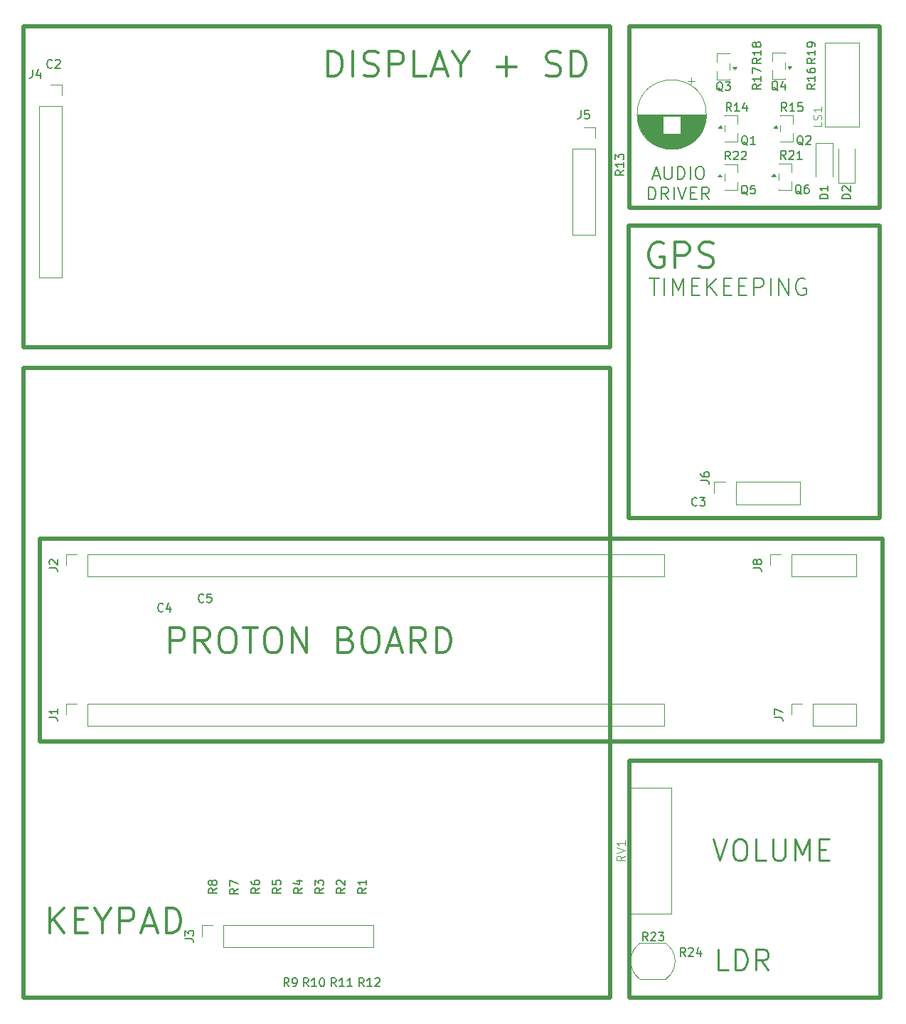
<source format=gbr>
%TF.GenerationSoftware,KiCad,Pcbnew,9.0.6*%
%TF.CreationDate,2025-11-21T06:24:55-05:00*%
%TF.ProjectId,sch,7363682e-6b69-4636-9164-5f7063625858,1.0*%
%TF.SameCoordinates,Original*%
%TF.FileFunction,Legend,Top*%
%TF.FilePolarity,Positive*%
%FSLAX46Y46*%
G04 Gerber Fmt 4.6, Leading zero omitted, Abs format (unit mm)*
G04 Created by KiCad (PCBNEW 9.0.6) date 2025-11-21 06:24:55*
%MOMM*%
%LPD*%
G01*
G04 APERTURE LIST*
%ADD10C,0.500000*%
%ADD11C,0.300000*%
%ADD12C,0.250000*%
%ADD13C,0.200000*%
%ADD14C,0.150000*%
%ADD15C,0.100000*%
%ADD16C,0.120000*%
G04 APERTURE END LIST*
D10*
X114681000Y-131826000D02*
X144526000Y-131826000D01*
X144526000Y-160020000D01*
X114681000Y-160020000D01*
X114681000Y-131826000D01*
X114617500Y-44450000D02*
X144462500Y-44450000D01*
X144462500Y-66040000D01*
X114617500Y-66040000D01*
X114617500Y-44450000D01*
X42545000Y-85090000D02*
X112395000Y-85090000D01*
X112395000Y-160020000D01*
X42545000Y-160020000D01*
X42545000Y-85090000D01*
X44450000Y-105410000D02*
X144780000Y-105410000D01*
X144780000Y-129540000D01*
X44450000Y-129540000D01*
X44450000Y-105410000D01*
X114610000Y-68199000D02*
X144455000Y-68199000D01*
X144455000Y-102997000D01*
X114610000Y-102997000D01*
X114610000Y-68199000D01*
X42545000Y-44450000D02*
X112395000Y-44450000D01*
X112395000Y-82677000D01*
X42545000Y-82677000D01*
X42545000Y-44450000D01*
D11*
X78752917Y-50417257D02*
X78752917Y-47417257D01*
X78752917Y-47417257D02*
X79467203Y-47417257D01*
X79467203Y-47417257D02*
X79895774Y-47560114D01*
X79895774Y-47560114D02*
X80181489Y-47845828D01*
X80181489Y-47845828D02*
X80324346Y-48131542D01*
X80324346Y-48131542D02*
X80467203Y-48702971D01*
X80467203Y-48702971D02*
X80467203Y-49131542D01*
X80467203Y-49131542D02*
X80324346Y-49702971D01*
X80324346Y-49702971D02*
X80181489Y-49988685D01*
X80181489Y-49988685D02*
X79895774Y-50274400D01*
X79895774Y-50274400D02*
X79467203Y-50417257D01*
X79467203Y-50417257D02*
X78752917Y-50417257D01*
X81752917Y-50417257D02*
X81752917Y-47417257D01*
X83038631Y-50274400D02*
X83467203Y-50417257D01*
X83467203Y-50417257D02*
X84181488Y-50417257D01*
X84181488Y-50417257D02*
X84467203Y-50274400D01*
X84467203Y-50274400D02*
X84610060Y-50131542D01*
X84610060Y-50131542D02*
X84752917Y-49845828D01*
X84752917Y-49845828D02*
X84752917Y-49560114D01*
X84752917Y-49560114D02*
X84610060Y-49274400D01*
X84610060Y-49274400D02*
X84467203Y-49131542D01*
X84467203Y-49131542D02*
X84181488Y-48988685D01*
X84181488Y-48988685D02*
X83610060Y-48845828D01*
X83610060Y-48845828D02*
X83324345Y-48702971D01*
X83324345Y-48702971D02*
X83181488Y-48560114D01*
X83181488Y-48560114D02*
X83038631Y-48274400D01*
X83038631Y-48274400D02*
X83038631Y-47988685D01*
X83038631Y-47988685D02*
X83181488Y-47702971D01*
X83181488Y-47702971D02*
X83324345Y-47560114D01*
X83324345Y-47560114D02*
X83610060Y-47417257D01*
X83610060Y-47417257D02*
X84324345Y-47417257D01*
X84324345Y-47417257D02*
X84752917Y-47560114D01*
X86038631Y-50417257D02*
X86038631Y-47417257D01*
X86038631Y-47417257D02*
X87181488Y-47417257D01*
X87181488Y-47417257D02*
X87467203Y-47560114D01*
X87467203Y-47560114D02*
X87610060Y-47702971D01*
X87610060Y-47702971D02*
X87752917Y-47988685D01*
X87752917Y-47988685D02*
X87752917Y-48417257D01*
X87752917Y-48417257D02*
X87610060Y-48702971D01*
X87610060Y-48702971D02*
X87467203Y-48845828D01*
X87467203Y-48845828D02*
X87181488Y-48988685D01*
X87181488Y-48988685D02*
X86038631Y-48988685D01*
X90467203Y-50417257D02*
X89038631Y-50417257D01*
X89038631Y-50417257D02*
X89038631Y-47417257D01*
X91324345Y-49560114D02*
X92752917Y-49560114D01*
X91038631Y-50417257D02*
X92038631Y-47417257D01*
X92038631Y-47417257D02*
X93038631Y-50417257D01*
X94610060Y-48988685D02*
X94610060Y-50417257D01*
X93610060Y-47417257D02*
X94610060Y-48988685D01*
X94610060Y-48988685D02*
X95610060Y-47417257D01*
X98895774Y-49274400D02*
X101181489Y-49274400D01*
X100038631Y-50417257D02*
X100038631Y-48131542D01*
X104752917Y-50274400D02*
X105181489Y-50417257D01*
X105181489Y-50417257D02*
X105895774Y-50417257D01*
X105895774Y-50417257D02*
X106181489Y-50274400D01*
X106181489Y-50274400D02*
X106324346Y-50131542D01*
X106324346Y-50131542D02*
X106467203Y-49845828D01*
X106467203Y-49845828D02*
X106467203Y-49560114D01*
X106467203Y-49560114D02*
X106324346Y-49274400D01*
X106324346Y-49274400D02*
X106181489Y-49131542D01*
X106181489Y-49131542D02*
X105895774Y-48988685D01*
X105895774Y-48988685D02*
X105324346Y-48845828D01*
X105324346Y-48845828D02*
X105038631Y-48702971D01*
X105038631Y-48702971D02*
X104895774Y-48560114D01*
X104895774Y-48560114D02*
X104752917Y-48274400D01*
X104752917Y-48274400D02*
X104752917Y-47988685D01*
X104752917Y-47988685D02*
X104895774Y-47702971D01*
X104895774Y-47702971D02*
X105038631Y-47560114D01*
X105038631Y-47560114D02*
X105324346Y-47417257D01*
X105324346Y-47417257D02*
X106038631Y-47417257D01*
X106038631Y-47417257D02*
X106467203Y-47560114D01*
X107752917Y-50417257D02*
X107752917Y-47417257D01*
X107752917Y-47417257D02*
X108467203Y-47417257D01*
X108467203Y-47417257D02*
X108895774Y-47560114D01*
X108895774Y-47560114D02*
X109181489Y-47845828D01*
X109181489Y-47845828D02*
X109324346Y-48131542D01*
X109324346Y-48131542D02*
X109467203Y-48702971D01*
X109467203Y-48702971D02*
X109467203Y-49131542D01*
X109467203Y-49131542D02*
X109324346Y-49702971D01*
X109324346Y-49702971D02*
X109181489Y-49988685D01*
X109181489Y-49988685D02*
X108895774Y-50274400D01*
X108895774Y-50274400D02*
X108467203Y-50417257D01*
X108467203Y-50417257D02*
X107752917Y-50417257D01*
D12*
X126410187Y-156780047D02*
X125219711Y-156780047D01*
X125219711Y-156780047D02*
X125219711Y-154280047D01*
X127243521Y-156780047D02*
X127243521Y-154280047D01*
X127243521Y-154280047D02*
X127838759Y-154280047D01*
X127838759Y-154280047D02*
X128195902Y-154399095D01*
X128195902Y-154399095D02*
X128433997Y-154637190D01*
X128433997Y-154637190D02*
X128553044Y-154875285D01*
X128553044Y-154875285D02*
X128672092Y-155351476D01*
X128672092Y-155351476D02*
X128672092Y-155708619D01*
X128672092Y-155708619D02*
X128553044Y-156184809D01*
X128553044Y-156184809D02*
X128433997Y-156422904D01*
X128433997Y-156422904D02*
X128195902Y-156661000D01*
X128195902Y-156661000D02*
X127838759Y-156780047D01*
X127838759Y-156780047D02*
X127243521Y-156780047D01*
X131172092Y-156780047D02*
X130338759Y-155589571D01*
X129743521Y-156780047D02*
X129743521Y-154280047D01*
X129743521Y-154280047D02*
X130695902Y-154280047D01*
X130695902Y-154280047D02*
X130933997Y-154399095D01*
X130933997Y-154399095D02*
X131053044Y-154518142D01*
X131053044Y-154518142D02*
X131172092Y-154756238D01*
X131172092Y-154756238D02*
X131172092Y-155113380D01*
X131172092Y-155113380D02*
X131053044Y-155351476D01*
X131053044Y-155351476D02*
X130933997Y-155470523D01*
X130933997Y-155470523D02*
X130695902Y-155589571D01*
X130695902Y-155589571D02*
X129743521Y-155589571D01*
D13*
X117487285Y-62240541D02*
X118201571Y-62240541D01*
X117344428Y-62669112D02*
X117844428Y-61169112D01*
X117844428Y-61169112D02*
X118344428Y-62669112D01*
X118844427Y-61169112D02*
X118844427Y-62383398D01*
X118844427Y-62383398D02*
X118915856Y-62526255D01*
X118915856Y-62526255D02*
X118987285Y-62597684D01*
X118987285Y-62597684D02*
X119130142Y-62669112D01*
X119130142Y-62669112D02*
X119415856Y-62669112D01*
X119415856Y-62669112D02*
X119558713Y-62597684D01*
X119558713Y-62597684D02*
X119630142Y-62526255D01*
X119630142Y-62526255D02*
X119701570Y-62383398D01*
X119701570Y-62383398D02*
X119701570Y-61169112D01*
X120415856Y-62669112D02*
X120415856Y-61169112D01*
X120415856Y-61169112D02*
X120772999Y-61169112D01*
X120772999Y-61169112D02*
X120987285Y-61240541D01*
X120987285Y-61240541D02*
X121130142Y-61383398D01*
X121130142Y-61383398D02*
X121201571Y-61526255D01*
X121201571Y-61526255D02*
X121272999Y-61811969D01*
X121272999Y-61811969D02*
X121272999Y-62026255D01*
X121272999Y-62026255D02*
X121201571Y-62311969D01*
X121201571Y-62311969D02*
X121130142Y-62454826D01*
X121130142Y-62454826D02*
X120987285Y-62597684D01*
X120987285Y-62597684D02*
X120772999Y-62669112D01*
X120772999Y-62669112D02*
X120415856Y-62669112D01*
X121915856Y-62669112D02*
X121915856Y-61169112D01*
X122915857Y-61169112D02*
X123201571Y-61169112D01*
X123201571Y-61169112D02*
X123344428Y-61240541D01*
X123344428Y-61240541D02*
X123487285Y-61383398D01*
X123487285Y-61383398D02*
X123558714Y-61669112D01*
X123558714Y-61669112D02*
X123558714Y-62169112D01*
X123558714Y-62169112D02*
X123487285Y-62454826D01*
X123487285Y-62454826D02*
X123344428Y-62597684D01*
X123344428Y-62597684D02*
X123201571Y-62669112D01*
X123201571Y-62669112D02*
X122915857Y-62669112D01*
X122915857Y-62669112D02*
X122773000Y-62597684D01*
X122773000Y-62597684D02*
X122630142Y-62454826D01*
X122630142Y-62454826D02*
X122558714Y-62169112D01*
X122558714Y-62169112D02*
X122558714Y-61669112D01*
X122558714Y-61669112D02*
X122630142Y-61383398D01*
X122630142Y-61383398D02*
X122773000Y-61240541D01*
X122773000Y-61240541D02*
X122915857Y-61169112D01*
X116951571Y-65084028D02*
X116951571Y-63584028D01*
X116951571Y-63584028D02*
X117308714Y-63584028D01*
X117308714Y-63584028D02*
X117523000Y-63655457D01*
X117523000Y-63655457D02*
X117665857Y-63798314D01*
X117665857Y-63798314D02*
X117737286Y-63941171D01*
X117737286Y-63941171D02*
X117808714Y-64226885D01*
X117808714Y-64226885D02*
X117808714Y-64441171D01*
X117808714Y-64441171D02*
X117737286Y-64726885D01*
X117737286Y-64726885D02*
X117665857Y-64869742D01*
X117665857Y-64869742D02*
X117523000Y-65012600D01*
X117523000Y-65012600D02*
X117308714Y-65084028D01*
X117308714Y-65084028D02*
X116951571Y-65084028D01*
X119308714Y-65084028D02*
X118808714Y-64369742D01*
X118451571Y-65084028D02*
X118451571Y-63584028D01*
X118451571Y-63584028D02*
X119023000Y-63584028D01*
X119023000Y-63584028D02*
X119165857Y-63655457D01*
X119165857Y-63655457D02*
X119237286Y-63726885D01*
X119237286Y-63726885D02*
X119308714Y-63869742D01*
X119308714Y-63869742D02*
X119308714Y-64084028D01*
X119308714Y-64084028D02*
X119237286Y-64226885D01*
X119237286Y-64226885D02*
X119165857Y-64298314D01*
X119165857Y-64298314D02*
X119023000Y-64369742D01*
X119023000Y-64369742D02*
X118451571Y-64369742D01*
X119951571Y-65084028D02*
X119951571Y-63584028D01*
X120451572Y-63584028D02*
X120951572Y-65084028D01*
X120951572Y-65084028D02*
X121451572Y-63584028D01*
X121951571Y-64298314D02*
X122451571Y-64298314D01*
X122665857Y-65084028D02*
X121951571Y-65084028D01*
X121951571Y-65084028D02*
X121951571Y-63584028D01*
X121951571Y-63584028D02*
X122665857Y-63584028D01*
X124165857Y-65084028D02*
X123665857Y-64369742D01*
X123308714Y-65084028D02*
X123308714Y-63584028D01*
X123308714Y-63584028D02*
X123880143Y-63584028D01*
X123880143Y-63584028D02*
X124023000Y-63655457D01*
X124023000Y-63655457D02*
X124094429Y-63726885D01*
X124094429Y-63726885D02*
X124165857Y-63869742D01*
X124165857Y-63869742D02*
X124165857Y-64084028D01*
X124165857Y-64084028D02*
X124094429Y-64226885D01*
X124094429Y-64226885D02*
X124023000Y-64298314D01*
X124023000Y-64298314D02*
X123880143Y-64369742D01*
X123880143Y-64369742D02*
X123308714Y-64369742D01*
D12*
X124608568Y-141199047D02*
X125441901Y-143699047D01*
X125441901Y-143699047D02*
X126275234Y-141199047D01*
X127584758Y-141199047D02*
X128060949Y-141199047D01*
X128060949Y-141199047D02*
X128299044Y-141318095D01*
X128299044Y-141318095D02*
X128537139Y-141556190D01*
X128537139Y-141556190D02*
X128656187Y-142032380D01*
X128656187Y-142032380D02*
X128656187Y-142865714D01*
X128656187Y-142865714D02*
X128537139Y-143341904D01*
X128537139Y-143341904D02*
X128299044Y-143580000D01*
X128299044Y-143580000D02*
X128060949Y-143699047D01*
X128060949Y-143699047D02*
X127584758Y-143699047D01*
X127584758Y-143699047D02*
X127346663Y-143580000D01*
X127346663Y-143580000D02*
X127108568Y-143341904D01*
X127108568Y-143341904D02*
X126989520Y-142865714D01*
X126989520Y-142865714D02*
X126989520Y-142032380D01*
X126989520Y-142032380D02*
X127108568Y-141556190D01*
X127108568Y-141556190D02*
X127346663Y-141318095D01*
X127346663Y-141318095D02*
X127584758Y-141199047D01*
X130918092Y-143699047D02*
X129727616Y-143699047D01*
X129727616Y-143699047D02*
X129727616Y-141199047D01*
X131751426Y-141199047D02*
X131751426Y-143222857D01*
X131751426Y-143222857D02*
X131870473Y-143460952D01*
X131870473Y-143460952D02*
X131989521Y-143580000D01*
X131989521Y-143580000D02*
X132227616Y-143699047D01*
X132227616Y-143699047D02*
X132703807Y-143699047D01*
X132703807Y-143699047D02*
X132941902Y-143580000D01*
X132941902Y-143580000D02*
X133060949Y-143460952D01*
X133060949Y-143460952D02*
X133179997Y-143222857D01*
X133179997Y-143222857D02*
X133179997Y-141199047D01*
X134370474Y-143699047D02*
X134370474Y-141199047D01*
X134370474Y-141199047D02*
X135203807Y-142984761D01*
X135203807Y-142984761D02*
X136037140Y-141199047D01*
X136037140Y-141199047D02*
X136037140Y-143699047D01*
X137227617Y-142389523D02*
X138060950Y-142389523D01*
X138418093Y-143699047D02*
X137227617Y-143699047D01*
X137227617Y-143699047D02*
X137227617Y-141199047D01*
X137227617Y-141199047D02*
X138418093Y-141199047D01*
D11*
X45671653Y-152334757D02*
X45671653Y-149334757D01*
X47385939Y-152334757D02*
X46100225Y-150620471D01*
X47385939Y-149334757D02*
X45671653Y-151049042D01*
X48671653Y-150763328D02*
X49671653Y-150763328D01*
X50100225Y-152334757D02*
X48671653Y-152334757D01*
X48671653Y-152334757D02*
X48671653Y-149334757D01*
X48671653Y-149334757D02*
X50100225Y-149334757D01*
X51957368Y-150906185D02*
X51957368Y-152334757D01*
X50957368Y-149334757D02*
X51957368Y-150906185D01*
X51957368Y-150906185D02*
X52957368Y-149334757D01*
X53957368Y-152334757D02*
X53957368Y-149334757D01*
X53957368Y-149334757D02*
X55100225Y-149334757D01*
X55100225Y-149334757D02*
X55385940Y-149477614D01*
X55385940Y-149477614D02*
X55528797Y-149620471D01*
X55528797Y-149620471D02*
X55671654Y-149906185D01*
X55671654Y-149906185D02*
X55671654Y-150334757D01*
X55671654Y-150334757D02*
X55528797Y-150620471D01*
X55528797Y-150620471D02*
X55385940Y-150763328D01*
X55385940Y-150763328D02*
X55100225Y-150906185D01*
X55100225Y-150906185D02*
X53957368Y-150906185D01*
X56814511Y-151477614D02*
X58243083Y-151477614D01*
X56528797Y-152334757D02*
X57528797Y-149334757D01*
X57528797Y-149334757D02*
X58528797Y-152334757D01*
X59528797Y-152334757D02*
X59528797Y-149334757D01*
X59528797Y-149334757D02*
X60243083Y-149334757D01*
X60243083Y-149334757D02*
X60671654Y-149477614D01*
X60671654Y-149477614D02*
X60957369Y-149763328D01*
X60957369Y-149763328D02*
X61100226Y-150049042D01*
X61100226Y-150049042D02*
X61243083Y-150620471D01*
X61243083Y-150620471D02*
X61243083Y-151049042D01*
X61243083Y-151049042D02*
X61100226Y-151620471D01*
X61100226Y-151620471D02*
X60957369Y-151906185D01*
X60957369Y-151906185D02*
X60671654Y-152191900D01*
X60671654Y-152191900D02*
X60243083Y-152334757D01*
X60243083Y-152334757D02*
X59528797Y-152334757D01*
X59966653Y-118997257D02*
X59966653Y-115997257D01*
X59966653Y-115997257D02*
X61109510Y-115997257D01*
X61109510Y-115997257D02*
X61395225Y-116140114D01*
X61395225Y-116140114D02*
X61538082Y-116282971D01*
X61538082Y-116282971D02*
X61680939Y-116568685D01*
X61680939Y-116568685D02*
X61680939Y-116997257D01*
X61680939Y-116997257D02*
X61538082Y-117282971D01*
X61538082Y-117282971D02*
X61395225Y-117425828D01*
X61395225Y-117425828D02*
X61109510Y-117568685D01*
X61109510Y-117568685D02*
X59966653Y-117568685D01*
X64680939Y-118997257D02*
X63680939Y-117568685D01*
X62966653Y-118997257D02*
X62966653Y-115997257D01*
X62966653Y-115997257D02*
X64109510Y-115997257D01*
X64109510Y-115997257D02*
X64395225Y-116140114D01*
X64395225Y-116140114D02*
X64538082Y-116282971D01*
X64538082Y-116282971D02*
X64680939Y-116568685D01*
X64680939Y-116568685D02*
X64680939Y-116997257D01*
X64680939Y-116997257D02*
X64538082Y-117282971D01*
X64538082Y-117282971D02*
X64395225Y-117425828D01*
X64395225Y-117425828D02*
X64109510Y-117568685D01*
X64109510Y-117568685D02*
X62966653Y-117568685D01*
X66538082Y-115997257D02*
X67109510Y-115997257D01*
X67109510Y-115997257D02*
X67395225Y-116140114D01*
X67395225Y-116140114D02*
X67680939Y-116425828D01*
X67680939Y-116425828D02*
X67823796Y-116997257D01*
X67823796Y-116997257D02*
X67823796Y-117997257D01*
X67823796Y-117997257D02*
X67680939Y-118568685D01*
X67680939Y-118568685D02*
X67395225Y-118854400D01*
X67395225Y-118854400D02*
X67109510Y-118997257D01*
X67109510Y-118997257D02*
X66538082Y-118997257D01*
X66538082Y-118997257D02*
X66252368Y-118854400D01*
X66252368Y-118854400D02*
X65966653Y-118568685D01*
X65966653Y-118568685D02*
X65823796Y-117997257D01*
X65823796Y-117997257D02*
X65823796Y-116997257D01*
X65823796Y-116997257D02*
X65966653Y-116425828D01*
X65966653Y-116425828D02*
X66252368Y-116140114D01*
X66252368Y-116140114D02*
X66538082Y-115997257D01*
X68680939Y-115997257D02*
X70395225Y-115997257D01*
X69538082Y-118997257D02*
X69538082Y-115997257D01*
X71966653Y-115997257D02*
X72538081Y-115997257D01*
X72538081Y-115997257D02*
X72823796Y-116140114D01*
X72823796Y-116140114D02*
X73109510Y-116425828D01*
X73109510Y-116425828D02*
X73252367Y-116997257D01*
X73252367Y-116997257D02*
X73252367Y-117997257D01*
X73252367Y-117997257D02*
X73109510Y-118568685D01*
X73109510Y-118568685D02*
X72823796Y-118854400D01*
X72823796Y-118854400D02*
X72538081Y-118997257D01*
X72538081Y-118997257D02*
X71966653Y-118997257D01*
X71966653Y-118997257D02*
X71680939Y-118854400D01*
X71680939Y-118854400D02*
X71395224Y-118568685D01*
X71395224Y-118568685D02*
X71252367Y-117997257D01*
X71252367Y-117997257D02*
X71252367Y-116997257D01*
X71252367Y-116997257D02*
X71395224Y-116425828D01*
X71395224Y-116425828D02*
X71680939Y-116140114D01*
X71680939Y-116140114D02*
X71966653Y-115997257D01*
X74538081Y-118997257D02*
X74538081Y-115997257D01*
X74538081Y-115997257D02*
X76252367Y-118997257D01*
X76252367Y-118997257D02*
X76252367Y-115997257D01*
X80966652Y-117425828D02*
X81395224Y-117568685D01*
X81395224Y-117568685D02*
X81538081Y-117711542D01*
X81538081Y-117711542D02*
X81680938Y-117997257D01*
X81680938Y-117997257D02*
X81680938Y-118425828D01*
X81680938Y-118425828D02*
X81538081Y-118711542D01*
X81538081Y-118711542D02*
X81395224Y-118854400D01*
X81395224Y-118854400D02*
X81109509Y-118997257D01*
X81109509Y-118997257D02*
X79966652Y-118997257D01*
X79966652Y-118997257D02*
X79966652Y-115997257D01*
X79966652Y-115997257D02*
X80966652Y-115997257D01*
X80966652Y-115997257D02*
X81252367Y-116140114D01*
X81252367Y-116140114D02*
X81395224Y-116282971D01*
X81395224Y-116282971D02*
X81538081Y-116568685D01*
X81538081Y-116568685D02*
X81538081Y-116854400D01*
X81538081Y-116854400D02*
X81395224Y-117140114D01*
X81395224Y-117140114D02*
X81252367Y-117282971D01*
X81252367Y-117282971D02*
X80966652Y-117425828D01*
X80966652Y-117425828D02*
X79966652Y-117425828D01*
X83538081Y-115997257D02*
X84109509Y-115997257D01*
X84109509Y-115997257D02*
X84395224Y-116140114D01*
X84395224Y-116140114D02*
X84680938Y-116425828D01*
X84680938Y-116425828D02*
X84823795Y-116997257D01*
X84823795Y-116997257D02*
X84823795Y-117997257D01*
X84823795Y-117997257D02*
X84680938Y-118568685D01*
X84680938Y-118568685D02*
X84395224Y-118854400D01*
X84395224Y-118854400D02*
X84109509Y-118997257D01*
X84109509Y-118997257D02*
X83538081Y-118997257D01*
X83538081Y-118997257D02*
X83252367Y-118854400D01*
X83252367Y-118854400D02*
X82966652Y-118568685D01*
X82966652Y-118568685D02*
X82823795Y-117997257D01*
X82823795Y-117997257D02*
X82823795Y-116997257D01*
X82823795Y-116997257D02*
X82966652Y-116425828D01*
X82966652Y-116425828D02*
X83252367Y-116140114D01*
X83252367Y-116140114D02*
X83538081Y-115997257D01*
X85966652Y-118140114D02*
X87395224Y-118140114D01*
X85680938Y-118997257D02*
X86680938Y-115997257D01*
X86680938Y-115997257D02*
X87680938Y-118997257D01*
X90395224Y-118997257D02*
X89395224Y-117568685D01*
X88680938Y-118997257D02*
X88680938Y-115997257D01*
X88680938Y-115997257D02*
X89823795Y-115997257D01*
X89823795Y-115997257D02*
X90109510Y-116140114D01*
X90109510Y-116140114D02*
X90252367Y-116282971D01*
X90252367Y-116282971D02*
X90395224Y-116568685D01*
X90395224Y-116568685D02*
X90395224Y-116997257D01*
X90395224Y-116997257D02*
X90252367Y-117282971D01*
X90252367Y-117282971D02*
X90109510Y-117425828D01*
X90109510Y-117425828D02*
X89823795Y-117568685D01*
X89823795Y-117568685D02*
X88680938Y-117568685D01*
X91680938Y-118997257D02*
X91680938Y-115997257D01*
X91680938Y-115997257D02*
X92395224Y-115997257D01*
X92395224Y-115997257D02*
X92823795Y-116140114D01*
X92823795Y-116140114D02*
X93109510Y-116425828D01*
X93109510Y-116425828D02*
X93252367Y-116711542D01*
X93252367Y-116711542D02*
X93395224Y-117282971D01*
X93395224Y-117282971D02*
X93395224Y-117711542D01*
X93395224Y-117711542D02*
X93252367Y-118282971D01*
X93252367Y-118282971D02*
X93109510Y-118568685D01*
X93109510Y-118568685D02*
X92823795Y-118854400D01*
X92823795Y-118854400D02*
X92395224Y-118997257D01*
X92395224Y-118997257D02*
X91680938Y-118997257D01*
D13*
X117035054Y-74452838D02*
X118177911Y-74452838D01*
X117606482Y-76452838D02*
X117606482Y-74452838D01*
X118844578Y-76452838D02*
X118844578Y-74452838D01*
X119796959Y-76452838D02*
X119796959Y-74452838D01*
X119796959Y-74452838D02*
X120463626Y-75881409D01*
X120463626Y-75881409D02*
X121130292Y-74452838D01*
X121130292Y-74452838D02*
X121130292Y-76452838D01*
X122082673Y-75405219D02*
X122749340Y-75405219D01*
X123035054Y-76452838D02*
X122082673Y-76452838D01*
X122082673Y-76452838D02*
X122082673Y-74452838D01*
X122082673Y-74452838D02*
X123035054Y-74452838D01*
X123892197Y-76452838D02*
X123892197Y-74452838D01*
X125035054Y-76452838D02*
X124177911Y-75309980D01*
X125035054Y-74452838D02*
X123892197Y-75595695D01*
X125892197Y-75405219D02*
X126558864Y-75405219D01*
X126844578Y-76452838D02*
X125892197Y-76452838D01*
X125892197Y-76452838D02*
X125892197Y-74452838D01*
X125892197Y-74452838D02*
X126844578Y-74452838D01*
X127701721Y-75405219D02*
X128368388Y-75405219D01*
X128654102Y-76452838D02*
X127701721Y-76452838D01*
X127701721Y-76452838D02*
X127701721Y-74452838D01*
X127701721Y-74452838D02*
X128654102Y-74452838D01*
X129511245Y-76452838D02*
X129511245Y-74452838D01*
X129511245Y-74452838D02*
X130273150Y-74452838D01*
X130273150Y-74452838D02*
X130463626Y-74548076D01*
X130463626Y-74548076D02*
X130558864Y-74643314D01*
X130558864Y-74643314D02*
X130654102Y-74833790D01*
X130654102Y-74833790D02*
X130654102Y-75119504D01*
X130654102Y-75119504D02*
X130558864Y-75309980D01*
X130558864Y-75309980D02*
X130463626Y-75405219D01*
X130463626Y-75405219D02*
X130273150Y-75500457D01*
X130273150Y-75500457D02*
X129511245Y-75500457D01*
X131511245Y-76452838D02*
X131511245Y-74452838D01*
X132463626Y-76452838D02*
X132463626Y-74452838D01*
X132463626Y-74452838D02*
X133606483Y-76452838D01*
X133606483Y-76452838D02*
X133606483Y-74452838D01*
X135606483Y-74548076D02*
X135416007Y-74452838D01*
X135416007Y-74452838D02*
X135130293Y-74452838D01*
X135130293Y-74452838D02*
X134844578Y-74548076D01*
X134844578Y-74548076D02*
X134654102Y-74738552D01*
X134654102Y-74738552D02*
X134558864Y-74929028D01*
X134558864Y-74929028D02*
X134463626Y-75309980D01*
X134463626Y-75309980D02*
X134463626Y-75595695D01*
X134463626Y-75595695D02*
X134558864Y-75976647D01*
X134558864Y-75976647D02*
X134654102Y-76167123D01*
X134654102Y-76167123D02*
X134844578Y-76357600D01*
X134844578Y-76357600D02*
X135130293Y-76452838D01*
X135130293Y-76452838D02*
X135320769Y-76452838D01*
X135320769Y-76452838D02*
X135606483Y-76357600D01*
X135606483Y-76357600D02*
X135701721Y-76262361D01*
X135701721Y-76262361D02*
X135701721Y-75595695D01*
X135701721Y-75595695D02*
X135320769Y-75595695D01*
D11*
X118688082Y-70293114D02*
X118402368Y-70150257D01*
X118402368Y-70150257D02*
X117973796Y-70150257D01*
X117973796Y-70150257D02*
X117545225Y-70293114D01*
X117545225Y-70293114D02*
X117259510Y-70578828D01*
X117259510Y-70578828D02*
X117116653Y-70864542D01*
X117116653Y-70864542D02*
X116973796Y-71435971D01*
X116973796Y-71435971D02*
X116973796Y-71864542D01*
X116973796Y-71864542D02*
X117116653Y-72435971D01*
X117116653Y-72435971D02*
X117259510Y-72721685D01*
X117259510Y-72721685D02*
X117545225Y-73007400D01*
X117545225Y-73007400D02*
X117973796Y-73150257D01*
X117973796Y-73150257D02*
X118259510Y-73150257D01*
X118259510Y-73150257D02*
X118688082Y-73007400D01*
X118688082Y-73007400D02*
X118830939Y-72864542D01*
X118830939Y-72864542D02*
X118830939Y-71864542D01*
X118830939Y-71864542D02*
X118259510Y-71864542D01*
X120116653Y-73150257D02*
X120116653Y-70150257D01*
X120116653Y-70150257D02*
X121259510Y-70150257D01*
X121259510Y-70150257D02*
X121545225Y-70293114D01*
X121545225Y-70293114D02*
X121688082Y-70435971D01*
X121688082Y-70435971D02*
X121830939Y-70721685D01*
X121830939Y-70721685D02*
X121830939Y-71150257D01*
X121830939Y-71150257D02*
X121688082Y-71435971D01*
X121688082Y-71435971D02*
X121545225Y-71578828D01*
X121545225Y-71578828D02*
X121259510Y-71721685D01*
X121259510Y-71721685D02*
X120116653Y-71721685D01*
X122973796Y-73007400D02*
X123402368Y-73150257D01*
X123402368Y-73150257D02*
X124116653Y-73150257D01*
X124116653Y-73150257D02*
X124402368Y-73007400D01*
X124402368Y-73007400D02*
X124545225Y-72864542D01*
X124545225Y-72864542D02*
X124688082Y-72578828D01*
X124688082Y-72578828D02*
X124688082Y-72293114D01*
X124688082Y-72293114D02*
X124545225Y-72007400D01*
X124545225Y-72007400D02*
X124402368Y-71864542D01*
X124402368Y-71864542D02*
X124116653Y-71721685D01*
X124116653Y-71721685D02*
X123545225Y-71578828D01*
X123545225Y-71578828D02*
X123259510Y-71435971D01*
X123259510Y-71435971D02*
X123116653Y-71293114D01*
X123116653Y-71293114D02*
X122973796Y-71007400D01*
X122973796Y-71007400D02*
X122973796Y-70721685D01*
X122973796Y-70721685D02*
X123116653Y-70435971D01*
X123116653Y-70435971D02*
X123259510Y-70293114D01*
X123259510Y-70293114D02*
X123545225Y-70150257D01*
X123545225Y-70150257D02*
X124259510Y-70150257D01*
X124259510Y-70150257D02*
X124688082Y-70293114D01*
D14*
X128716261Y-64497057D02*
X128621023Y-64449438D01*
X128621023Y-64449438D02*
X128525785Y-64354200D01*
X128525785Y-64354200D02*
X128382928Y-64211342D01*
X128382928Y-64211342D02*
X128287690Y-64163723D01*
X128287690Y-64163723D02*
X128192452Y-64163723D01*
X128240071Y-64401819D02*
X128144833Y-64354200D01*
X128144833Y-64354200D02*
X128049595Y-64258961D01*
X128049595Y-64258961D02*
X128001976Y-64068485D01*
X128001976Y-64068485D02*
X128001976Y-63735152D01*
X128001976Y-63735152D02*
X128049595Y-63544676D01*
X128049595Y-63544676D02*
X128144833Y-63449438D01*
X128144833Y-63449438D02*
X128240071Y-63401819D01*
X128240071Y-63401819D02*
X128430547Y-63401819D01*
X128430547Y-63401819D02*
X128525785Y-63449438D01*
X128525785Y-63449438D02*
X128621023Y-63544676D01*
X128621023Y-63544676D02*
X128668642Y-63735152D01*
X128668642Y-63735152D02*
X128668642Y-64068485D01*
X128668642Y-64068485D02*
X128621023Y-64258961D01*
X128621023Y-64258961D02*
X128525785Y-64354200D01*
X128525785Y-64354200D02*
X128430547Y-64401819D01*
X128430547Y-64401819D02*
X128240071Y-64401819D01*
X129573404Y-63401819D02*
X129097214Y-63401819D01*
X129097214Y-63401819D02*
X129049595Y-63878009D01*
X129049595Y-63878009D02*
X129097214Y-63830390D01*
X129097214Y-63830390D02*
X129192452Y-63782771D01*
X129192452Y-63782771D02*
X129430547Y-63782771D01*
X129430547Y-63782771D02*
X129525785Y-63830390D01*
X129525785Y-63830390D02*
X129573404Y-63878009D01*
X129573404Y-63878009D02*
X129621023Y-63973247D01*
X129621023Y-63973247D02*
X129621023Y-64211342D01*
X129621023Y-64211342D02*
X129573404Y-64306580D01*
X129573404Y-64306580D02*
X129525785Y-64354200D01*
X129525785Y-64354200D02*
X129430547Y-64401819D01*
X129430547Y-64401819D02*
X129192452Y-64401819D01*
X129192452Y-64401819D02*
X129097214Y-64354200D01*
X129097214Y-64354200D02*
X129049595Y-64306580D01*
X61764819Y-153051383D02*
X62479104Y-153051383D01*
X62479104Y-153051383D02*
X62621961Y-153099002D01*
X62621961Y-153099002D02*
X62717200Y-153194240D01*
X62717200Y-153194240D02*
X62764819Y-153337097D01*
X62764819Y-153337097D02*
X62764819Y-153432335D01*
X61764819Y-152670430D02*
X61764819Y-152051383D01*
X61764819Y-152051383D02*
X62145771Y-152384716D01*
X62145771Y-152384716D02*
X62145771Y-152241859D01*
X62145771Y-152241859D02*
X62193390Y-152146621D01*
X62193390Y-152146621D02*
X62241009Y-152099002D01*
X62241009Y-152099002D02*
X62336247Y-152051383D01*
X62336247Y-152051383D02*
X62574342Y-152051383D01*
X62574342Y-152051383D02*
X62669580Y-152099002D01*
X62669580Y-152099002D02*
X62717200Y-152146621D01*
X62717200Y-152146621D02*
X62764819Y-152241859D01*
X62764819Y-152241859D02*
X62764819Y-152527573D01*
X62764819Y-152527573D02*
X62717200Y-152622811D01*
X62717200Y-152622811D02*
X62669580Y-152670430D01*
D15*
X137553919Y-55887857D02*
X137553919Y-56364047D01*
X137553919Y-56364047D02*
X136553919Y-56364047D01*
X137506300Y-55602142D02*
X137553919Y-55459285D01*
X137553919Y-55459285D02*
X137553919Y-55221190D01*
X137553919Y-55221190D02*
X137506300Y-55125952D01*
X137506300Y-55125952D02*
X137458680Y-55078333D01*
X137458680Y-55078333D02*
X137363442Y-55030714D01*
X137363442Y-55030714D02*
X137268204Y-55030714D01*
X137268204Y-55030714D02*
X137172966Y-55078333D01*
X137172966Y-55078333D02*
X137125347Y-55125952D01*
X137125347Y-55125952D02*
X137077728Y-55221190D01*
X137077728Y-55221190D02*
X137030109Y-55411666D01*
X137030109Y-55411666D02*
X136982490Y-55506904D01*
X136982490Y-55506904D02*
X136934871Y-55554523D01*
X136934871Y-55554523D02*
X136839633Y-55602142D01*
X136839633Y-55602142D02*
X136744395Y-55602142D01*
X136744395Y-55602142D02*
X136649157Y-55554523D01*
X136649157Y-55554523D02*
X136601538Y-55506904D01*
X136601538Y-55506904D02*
X136553919Y-55411666D01*
X136553919Y-55411666D02*
X136553919Y-55173571D01*
X136553919Y-55173571D02*
X136601538Y-55030714D01*
X137553919Y-54078333D02*
X137553919Y-54649761D01*
X137553919Y-54364047D02*
X136553919Y-54364047D01*
X136553919Y-54364047D02*
X136696776Y-54459285D01*
X136696776Y-54459285D02*
X136792014Y-54554523D01*
X136792014Y-54554523D02*
X136839633Y-54649761D01*
D14*
X132350761Y-52124057D02*
X132255523Y-52076438D01*
X132255523Y-52076438D02*
X132160285Y-51981200D01*
X132160285Y-51981200D02*
X132017428Y-51838342D01*
X132017428Y-51838342D02*
X131922190Y-51790723D01*
X131922190Y-51790723D02*
X131826952Y-51790723D01*
X131874571Y-52028819D02*
X131779333Y-51981200D01*
X131779333Y-51981200D02*
X131684095Y-51885961D01*
X131684095Y-51885961D02*
X131636476Y-51695485D01*
X131636476Y-51695485D02*
X131636476Y-51362152D01*
X131636476Y-51362152D02*
X131684095Y-51171676D01*
X131684095Y-51171676D02*
X131779333Y-51076438D01*
X131779333Y-51076438D02*
X131874571Y-51028819D01*
X131874571Y-51028819D02*
X132065047Y-51028819D01*
X132065047Y-51028819D02*
X132160285Y-51076438D01*
X132160285Y-51076438D02*
X132255523Y-51171676D01*
X132255523Y-51171676D02*
X132303142Y-51362152D01*
X132303142Y-51362152D02*
X132303142Y-51695485D01*
X132303142Y-51695485D02*
X132255523Y-51885961D01*
X132255523Y-51885961D02*
X132160285Y-51981200D01*
X132160285Y-51981200D02*
X132065047Y-52028819D01*
X132065047Y-52028819D02*
X131874571Y-52028819D01*
X133160285Y-51362152D02*
X133160285Y-52028819D01*
X132922190Y-50981200D02*
X132684095Y-51695485D01*
X132684095Y-51695485D02*
X133303142Y-51695485D01*
X73154819Y-146989716D02*
X72678628Y-147323049D01*
X73154819Y-147561144D02*
X72154819Y-147561144D01*
X72154819Y-147561144D02*
X72154819Y-147180192D01*
X72154819Y-147180192D02*
X72202438Y-147084954D01*
X72202438Y-147084954D02*
X72250057Y-147037335D01*
X72250057Y-147037335D02*
X72345295Y-146989716D01*
X72345295Y-146989716D02*
X72488152Y-146989716D01*
X72488152Y-146989716D02*
X72583390Y-147037335D01*
X72583390Y-147037335D02*
X72631009Y-147084954D01*
X72631009Y-147084954D02*
X72678628Y-147180192D01*
X72678628Y-147180192D02*
X72678628Y-147561144D01*
X72154819Y-146084954D02*
X72154819Y-146561144D01*
X72154819Y-146561144D02*
X72631009Y-146608763D01*
X72631009Y-146608763D02*
X72583390Y-146561144D01*
X72583390Y-146561144D02*
X72535771Y-146465906D01*
X72535771Y-146465906D02*
X72535771Y-146227811D01*
X72535771Y-146227811D02*
X72583390Y-146132573D01*
X72583390Y-146132573D02*
X72631009Y-146084954D01*
X72631009Y-146084954D02*
X72726247Y-146037335D01*
X72726247Y-146037335D02*
X72964342Y-146037335D01*
X72964342Y-146037335D02*
X73059580Y-146084954D01*
X73059580Y-146084954D02*
X73107200Y-146132573D01*
X73107200Y-146132573D02*
X73154819Y-146227811D01*
X73154819Y-146227811D02*
X73154819Y-146465906D01*
X73154819Y-146465906D02*
X73107200Y-146561144D01*
X73107200Y-146561144D02*
X73059580Y-146608763D01*
X130312319Y-51367357D02*
X129836128Y-51700690D01*
X130312319Y-51938785D02*
X129312319Y-51938785D01*
X129312319Y-51938785D02*
X129312319Y-51557833D01*
X129312319Y-51557833D02*
X129359938Y-51462595D01*
X129359938Y-51462595D02*
X129407557Y-51414976D01*
X129407557Y-51414976D02*
X129502795Y-51367357D01*
X129502795Y-51367357D02*
X129645652Y-51367357D01*
X129645652Y-51367357D02*
X129740890Y-51414976D01*
X129740890Y-51414976D02*
X129788509Y-51462595D01*
X129788509Y-51462595D02*
X129836128Y-51557833D01*
X129836128Y-51557833D02*
X129836128Y-51938785D01*
X130312319Y-50414976D02*
X130312319Y-50986404D01*
X130312319Y-50700690D02*
X129312319Y-50700690D01*
X129312319Y-50700690D02*
X129455176Y-50795928D01*
X129455176Y-50795928D02*
X129550414Y-50891166D01*
X129550414Y-50891166D02*
X129598033Y-50986404D01*
X129312319Y-50081642D02*
X129312319Y-49414976D01*
X129312319Y-49414976D02*
X130312319Y-49843547D01*
X74128333Y-158696819D02*
X73795000Y-158220628D01*
X73556905Y-158696819D02*
X73556905Y-157696819D01*
X73556905Y-157696819D02*
X73937857Y-157696819D01*
X73937857Y-157696819D02*
X74033095Y-157744438D01*
X74033095Y-157744438D02*
X74080714Y-157792057D01*
X74080714Y-157792057D02*
X74128333Y-157887295D01*
X74128333Y-157887295D02*
X74128333Y-158030152D01*
X74128333Y-158030152D02*
X74080714Y-158125390D01*
X74080714Y-158125390D02*
X74033095Y-158173009D01*
X74033095Y-158173009D02*
X73937857Y-158220628D01*
X73937857Y-158220628D02*
X73556905Y-158220628D01*
X74604524Y-158696819D02*
X74795000Y-158696819D01*
X74795000Y-158696819D02*
X74890238Y-158649200D01*
X74890238Y-158649200D02*
X74937857Y-158601580D01*
X74937857Y-158601580D02*
X75033095Y-158458723D01*
X75033095Y-158458723D02*
X75080714Y-158268247D01*
X75080714Y-158268247D02*
X75080714Y-157887295D01*
X75080714Y-157887295D02*
X75033095Y-157792057D01*
X75033095Y-157792057D02*
X74985476Y-157744438D01*
X74985476Y-157744438D02*
X74890238Y-157696819D01*
X74890238Y-157696819D02*
X74699762Y-157696819D01*
X74699762Y-157696819D02*
X74604524Y-157744438D01*
X74604524Y-157744438D02*
X74556905Y-157792057D01*
X74556905Y-157792057D02*
X74509286Y-157887295D01*
X74509286Y-157887295D02*
X74509286Y-158125390D01*
X74509286Y-158125390D02*
X74556905Y-158220628D01*
X74556905Y-158220628D02*
X74604524Y-158268247D01*
X74604524Y-158268247D02*
X74699762Y-158315866D01*
X74699762Y-158315866D02*
X74890238Y-158315866D01*
X74890238Y-158315866D02*
X74985476Y-158268247D01*
X74985476Y-158268247D02*
X75033095Y-158220628D01*
X75033095Y-158220628D02*
X75080714Y-158125390D01*
X140980319Y-65000094D02*
X139980319Y-65000094D01*
X139980319Y-65000094D02*
X139980319Y-64761999D01*
X139980319Y-64761999D02*
X140027938Y-64619142D01*
X140027938Y-64619142D02*
X140123176Y-64523904D01*
X140123176Y-64523904D02*
X140218414Y-64476285D01*
X140218414Y-64476285D02*
X140408890Y-64428666D01*
X140408890Y-64428666D02*
X140551747Y-64428666D01*
X140551747Y-64428666D02*
X140742223Y-64476285D01*
X140742223Y-64476285D02*
X140837461Y-64523904D01*
X140837461Y-64523904D02*
X140932700Y-64619142D01*
X140932700Y-64619142D02*
X140980319Y-64761999D01*
X140980319Y-64761999D02*
X140980319Y-65000094D01*
X140075557Y-64047713D02*
X140027938Y-64000094D01*
X140027938Y-64000094D02*
X139980319Y-63904856D01*
X139980319Y-63904856D02*
X139980319Y-63666761D01*
X139980319Y-63666761D02*
X140027938Y-63571523D01*
X140027938Y-63571523D02*
X140075557Y-63523904D01*
X140075557Y-63523904D02*
X140170795Y-63476285D01*
X140170795Y-63476285D02*
X140266033Y-63476285D01*
X140266033Y-63476285D02*
X140408890Y-63523904D01*
X140408890Y-63523904D02*
X140980319Y-64095332D01*
X140980319Y-64095332D02*
X140980319Y-63476285D01*
X125776761Y-52185057D02*
X125681523Y-52137438D01*
X125681523Y-52137438D02*
X125586285Y-52042200D01*
X125586285Y-52042200D02*
X125443428Y-51899342D01*
X125443428Y-51899342D02*
X125348190Y-51851723D01*
X125348190Y-51851723D02*
X125252952Y-51851723D01*
X125300571Y-52089819D02*
X125205333Y-52042200D01*
X125205333Y-52042200D02*
X125110095Y-51946961D01*
X125110095Y-51946961D02*
X125062476Y-51756485D01*
X125062476Y-51756485D02*
X125062476Y-51423152D01*
X125062476Y-51423152D02*
X125110095Y-51232676D01*
X125110095Y-51232676D02*
X125205333Y-51137438D01*
X125205333Y-51137438D02*
X125300571Y-51089819D01*
X125300571Y-51089819D02*
X125491047Y-51089819D01*
X125491047Y-51089819D02*
X125586285Y-51137438D01*
X125586285Y-51137438D02*
X125681523Y-51232676D01*
X125681523Y-51232676D02*
X125729142Y-51423152D01*
X125729142Y-51423152D02*
X125729142Y-51756485D01*
X125729142Y-51756485D02*
X125681523Y-51946961D01*
X125681523Y-51946961D02*
X125586285Y-52042200D01*
X125586285Y-52042200D02*
X125491047Y-52089819D01*
X125491047Y-52089819D02*
X125300571Y-52089819D01*
X126062476Y-51089819D02*
X126681523Y-51089819D01*
X126681523Y-51089819D02*
X126348190Y-51470771D01*
X126348190Y-51470771D02*
X126491047Y-51470771D01*
X126491047Y-51470771D02*
X126586285Y-51518390D01*
X126586285Y-51518390D02*
X126633904Y-51566009D01*
X126633904Y-51566009D02*
X126681523Y-51661247D01*
X126681523Y-51661247D02*
X126681523Y-51899342D01*
X126681523Y-51899342D02*
X126633904Y-51994580D01*
X126633904Y-51994580D02*
X126586285Y-52042200D01*
X126586285Y-52042200D02*
X126491047Y-52089819D01*
X126491047Y-52089819D02*
X126205333Y-52089819D01*
X126205333Y-52089819D02*
X126110095Y-52042200D01*
X126110095Y-52042200D02*
X126062476Y-51994580D01*
X138313319Y-65000094D02*
X137313319Y-65000094D01*
X137313319Y-65000094D02*
X137313319Y-64761999D01*
X137313319Y-64761999D02*
X137360938Y-64619142D01*
X137360938Y-64619142D02*
X137456176Y-64523904D01*
X137456176Y-64523904D02*
X137551414Y-64476285D01*
X137551414Y-64476285D02*
X137741890Y-64428666D01*
X137741890Y-64428666D02*
X137884747Y-64428666D01*
X137884747Y-64428666D02*
X138075223Y-64476285D01*
X138075223Y-64476285D02*
X138170461Y-64523904D01*
X138170461Y-64523904D02*
X138265700Y-64619142D01*
X138265700Y-64619142D02*
X138313319Y-64761999D01*
X138313319Y-64761999D02*
X138313319Y-65000094D01*
X138313319Y-63476285D02*
X138313319Y-64047713D01*
X138313319Y-63761999D02*
X137313319Y-63761999D01*
X137313319Y-63761999D02*
X137456176Y-63857237D01*
X137456176Y-63857237D02*
X137551414Y-63952475D01*
X137551414Y-63952475D02*
X137599033Y-64047713D01*
X68074819Y-147091316D02*
X67598628Y-147424649D01*
X68074819Y-147662744D02*
X67074819Y-147662744D01*
X67074819Y-147662744D02*
X67074819Y-147281792D01*
X67074819Y-147281792D02*
X67122438Y-147186554D01*
X67122438Y-147186554D02*
X67170057Y-147138935D01*
X67170057Y-147138935D02*
X67265295Y-147091316D01*
X67265295Y-147091316D02*
X67408152Y-147091316D01*
X67408152Y-147091316D02*
X67503390Y-147138935D01*
X67503390Y-147138935D02*
X67551009Y-147186554D01*
X67551009Y-147186554D02*
X67598628Y-147281792D01*
X67598628Y-147281792D02*
X67598628Y-147662744D01*
X67074819Y-146757982D02*
X67074819Y-146091316D01*
X67074819Y-146091316D02*
X68074819Y-146519887D01*
X126674642Y-60337819D02*
X126341309Y-59861628D01*
X126103214Y-60337819D02*
X126103214Y-59337819D01*
X126103214Y-59337819D02*
X126484166Y-59337819D01*
X126484166Y-59337819D02*
X126579404Y-59385438D01*
X126579404Y-59385438D02*
X126627023Y-59433057D01*
X126627023Y-59433057D02*
X126674642Y-59528295D01*
X126674642Y-59528295D02*
X126674642Y-59671152D01*
X126674642Y-59671152D02*
X126627023Y-59766390D01*
X126627023Y-59766390D02*
X126579404Y-59814009D01*
X126579404Y-59814009D02*
X126484166Y-59861628D01*
X126484166Y-59861628D02*
X126103214Y-59861628D01*
X127055595Y-59433057D02*
X127103214Y-59385438D01*
X127103214Y-59385438D02*
X127198452Y-59337819D01*
X127198452Y-59337819D02*
X127436547Y-59337819D01*
X127436547Y-59337819D02*
X127531785Y-59385438D01*
X127531785Y-59385438D02*
X127579404Y-59433057D01*
X127579404Y-59433057D02*
X127627023Y-59528295D01*
X127627023Y-59528295D02*
X127627023Y-59623533D01*
X127627023Y-59623533D02*
X127579404Y-59766390D01*
X127579404Y-59766390D02*
X127007976Y-60337819D01*
X127007976Y-60337819D02*
X127627023Y-60337819D01*
X128007976Y-59433057D02*
X128055595Y-59385438D01*
X128055595Y-59385438D02*
X128150833Y-59337819D01*
X128150833Y-59337819D02*
X128388928Y-59337819D01*
X128388928Y-59337819D02*
X128484166Y-59385438D01*
X128484166Y-59385438D02*
X128531785Y-59433057D01*
X128531785Y-59433057D02*
X128579404Y-59528295D01*
X128579404Y-59528295D02*
X128579404Y-59623533D01*
X128579404Y-59623533D02*
X128531785Y-59766390D01*
X128531785Y-59766390D02*
X127960357Y-60337819D01*
X127960357Y-60337819D02*
X128579404Y-60337819D01*
X83314819Y-146989716D02*
X82838628Y-147323049D01*
X83314819Y-147561144D02*
X82314819Y-147561144D01*
X82314819Y-147561144D02*
X82314819Y-147180192D01*
X82314819Y-147180192D02*
X82362438Y-147084954D01*
X82362438Y-147084954D02*
X82410057Y-147037335D01*
X82410057Y-147037335D02*
X82505295Y-146989716D01*
X82505295Y-146989716D02*
X82648152Y-146989716D01*
X82648152Y-146989716D02*
X82743390Y-147037335D01*
X82743390Y-147037335D02*
X82791009Y-147084954D01*
X82791009Y-147084954D02*
X82838628Y-147180192D01*
X82838628Y-147180192D02*
X82838628Y-147561144D01*
X83314819Y-146037335D02*
X83314819Y-146608763D01*
X83314819Y-146323049D02*
X82314819Y-146323049D01*
X82314819Y-146323049D02*
X82457676Y-146418287D01*
X82457676Y-146418287D02*
X82552914Y-146513525D01*
X82552914Y-146513525D02*
X82600533Y-146608763D01*
X133379142Y-54556819D02*
X133045809Y-54080628D01*
X132807714Y-54556819D02*
X132807714Y-53556819D01*
X132807714Y-53556819D02*
X133188666Y-53556819D01*
X133188666Y-53556819D02*
X133283904Y-53604438D01*
X133283904Y-53604438D02*
X133331523Y-53652057D01*
X133331523Y-53652057D02*
X133379142Y-53747295D01*
X133379142Y-53747295D02*
X133379142Y-53890152D01*
X133379142Y-53890152D02*
X133331523Y-53985390D01*
X133331523Y-53985390D02*
X133283904Y-54033009D01*
X133283904Y-54033009D02*
X133188666Y-54080628D01*
X133188666Y-54080628D02*
X132807714Y-54080628D01*
X134331523Y-54556819D02*
X133760095Y-54556819D01*
X134045809Y-54556819D02*
X134045809Y-53556819D01*
X134045809Y-53556819D02*
X133950571Y-53699676D01*
X133950571Y-53699676D02*
X133855333Y-53794914D01*
X133855333Y-53794914D02*
X133760095Y-53842533D01*
X135236285Y-53556819D02*
X134760095Y-53556819D01*
X134760095Y-53556819D02*
X134712476Y-54033009D01*
X134712476Y-54033009D02*
X134760095Y-53985390D01*
X134760095Y-53985390D02*
X134855333Y-53937771D01*
X134855333Y-53937771D02*
X135093428Y-53937771D01*
X135093428Y-53937771D02*
X135188666Y-53985390D01*
X135188666Y-53985390D02*
X135236285Y-54033009D01*
X135236285Y-54033009D02*
X135283904Y-54128247D01*
X135283904Y-54128247D02*
X135283904Y-54366342D01*
X135283904Y-54366342D02*
X135236285Y-54461580D01*
X135236285Y-54461580D02*
X135188666Y-54509200D01*
X135188666Y-54509200D02*
X135093428Y-54556819D01*
X135093428Y-54556819D02*
X134855333Y-54556819D01*
X134855333Y-54556819D02*
X134760095Y-54509200D01*
X134760095Y-54509200D02*
X134712476Y-54461580D01*
X129399819Y-108918333D02*
X130114104Y-108918333D01*
X130114104Y-108918333D02*
X130256961Y-108965952D01*
X130256961Y-108965952D02*
X130352200Y-109061190D01*
X130352200Y-109061190D02*
X130399819Y-109204047D01*
X130399819Y-109204047D02*
X130399819Y-109299285D01*
X129828390Y-108299285D02*
X129780771Y-108394523D01*
X129780771Y-108394523D02*
X129733152Y-108442142D01*
X129733152Y-108442142D02*
X129637914Y-108489761D01*
X129637914Y-108489761D02*
X129590295Y-108489761D01*
X129590295Y-108489761D02*
X129495057Y-108442142D01*
X129495057Y-108442142D02*
X129447438Y-108394523D01*
X129447438Y-108394523D02*
X129399819Y-108299285D01*
X129399819Y-108299285D02*
X129399819Y-108108809D01*
X129399819Y-108108809D02*
X129447438Y-108013571D01*
X129447438Y-108013571D02*
X129495057Y-107965952D01*
X129495057Y-107965952D02*
X129590295Y-107918333D01*
X129590295Y-107918333D02*
X129637914Y-107918333D01*
X129637914Y-107918333D02*
X129733152Y-107965952D01*
X129733152Y-107965952D02*
X129780771Y-108013571D01*
X129780771Y-108013571D02*
X129828390Y-108108809D01*
X129828390Y-108108809D02*
X129828390Y-108299285D01*
X129828390Y-108299285D02*
X129876009Y-108394523D01*
X129876009Y-108394523D02*
X129923628Y-108442142D01*
X129923628Y-108442142D02*
X130018866Y-108489761D01*
X130018866Y-108489761D02*
X130209342Y-108489761D01*
X130209342Y-108489761D02*
X130304580Y-108442142D01*
X130304580Y-108442142D02*
X130352200Y-108394523D01*
X130352200Y-108394523D02*
X130399819Y-108299285D01*
X130399819Y-108299285D02*
X130399819Y-108108809D01*
X130399819Y-108108809D02*
X130352200Y-108013571D01*
X130352200Y-108013571D02*
X130304580Y-107965952D01*
X130304580Y-107965952D02*
X130209342Y-107918333D01*
X130209342Y-107918333D02*
X130018866Y-107918333D01*
X130018866Y-107918333D02*
X129923628Y-107965952D01*
X129923628Y-107965952D02*
X129876009Y-108013571D01*
X129876009Y-108013571D02*
X129828390Y-108108809D01*
X59142333Y-114024580D02*
X59094714Y-114072200D01*
X59094714Y-114072200D02*
X58951857Y-114119819D01*
X58951857Y-114119819D02*
X58856619Y-114119819D01*
X58856619Y-114119819D02*
X58713762Y-114072200D01*
X58713762Y-114072200D02*
X58618524Y-113976961D01*
X58618524Y-113976961D02*
X58570905Y-113881723D01*
X58570905Y-113881723D02*
X58523286Y-113691247D01*
X58523286Y-113691247D02*
X58523286Y-113548390D01*
X58523286Y-113548390D02*
X58570905Y-113357914D01*
X58570905Y-113357914D02*
X58618524Y-113262676D01*
X58618524Y-113262676D02*
X58713762Y-113167438D01*
X58713762Y-113167438D02*
X58856619Y-113119819D01*
X58856619Y-113119819D02*
X58951857Y-113119819D01*
X58951857Y-113119819D02*
X59094714Y-113167438D01*
X59094714Y-113167438D02*
X59142333Y-113215057D01*
X59999476Y-113453152D02*
X59999476Y-114119819D01*
X59761381Y-113072200D02*
X59523286Y-113786485D01*
X59523286Y-113786485D02*
X60142333Y-113786485D01*
X108886666Y-54469819D02*
X108886666Y-55184104D01*
X108886666Y-55184104D02*
X108839047Y-55326961D01*
X108839047Y-55326961D02*
X108743809Y-55422200D01*
X108743809Y-55422200D02*
X108600952Y-55469819D01*
X108600952Y-55469819D02*
X108505714Y-55469819D01*
X109839047Y-54469819D02*
X109362857Y-54469819D01*
X109362857Y-54469819D02*
X109315238Y-54946009D01*
X109315238Y-54946009D02*
X109362857Y-54898390D01*
X109362857Y-54898390D02*
X109458095Y-54850771D01*
X109458095Y-54850771D02*
X109696190Y-54850771D01*
X109696190Y-54850771D02*
X109791428Y-54898390D01*
X109791428Y-54898390D02*
X109839047Y-54946009D01*
X109839047Y-54946009D02*
X109886666Y-55041247D01*
X109886666Y-55041247D02*
X109886666Y-55279342D01*
X109886666Y-55279342D02*
X109839047Y-55374580D01*
X109839047Y-55374580D02*
X109791428Y-55422200D01*
X109791428Y-55422200D02*
X109696190Y-55469819D01*
X109696190Y-55469819D02*
X109458095Y-55469819D01*
X109458095Y-55469819D02*
X109362857Y-55422200D01*
X109362857Y-55422200D02*
X109315238Y-55374580D01*
X126801642Y-54556819D02*
X126468309Y-54080628D01*
X126230214Y-54556819D02*
X126230214Y-53556819D01*
X126230214Y-53556819D02*
X126611166Y-53556819D01*
X126611166Y-53556819D02*
X126706404Y-53604438D01*
X126706404Y-53604438D02*
X126754023Y-53652057D01*
X126754023Y-53652057D02*
X126801642Y-53747295D01*
X126801642Y-53747295D02*
X126801642Y-53890152D01*
X126801642Y-53890152D02*
X126754023Y-53985390D01*
X126754023Y-53985390D02*
X126706404Y-54033009D01*
X126706404Y-54033009D02*
X126611166Y-54080628D01*
X126611166Y-54080628D02*
X126230214Y-54080628D01*
X127754023Y-54556819D02*
X127182595Y-54556819D01*
X127468309Y-54556819D02*
X127468309Y-53556819D01*
X127468309Y-53556819D02*
X127373071Y-53699676D01*
X127373071Y-53699676D02*
X127277833Y-53794914D01*
X127277833Y-53794914D02*
X127182595Y-53842533D01*
X128611166Y-53890152D02*
X128611166Y-54556819D01*
X128373071Y-53509200D02*
X128134976Y-54223485D01*
X128134976Y-54223485D02*
X128754023Y-54223485D01*
X45579819Y-126698333D02*
X46294104Y-126698333D01*
X46294104Y-126698333D02*
X46436961Y-126745952D01*
X46436961Y-126745952D02*
X46532200Y-126841190D01*
X46532200Y-126841190D02*
X46579819Y-126984047D01*
X46579819Y-126984047D02*
X46579819Y-127079285D01*
X46579819Y-125698333D02*
X46579819Y-126269761D01*
X46579819Y-125984047D02*
X45579819Y-125984047D01*
X45579819Y-125984047D02*
X45722676Y-126079285D01*
X45722676Y-126079285D02*
X45817914Y-126174523D01*
X45817914Y-126174523D02*
X45865533Y-126269761D01*
X136789319Y-48267857D02*
X136313128Y-48601190D01*
X136789319Y-48839285D02*
X135789319Y-48839285D01*
X135789319Y-48839285D02*
X135789319Y-48458333D01*
X135789319Y-48458333D02*
X135836938Y-48363095D01*
X135836938Y-48363095D02*
X135884557Y-48315476D01*
X135884557Y-48315476D02*
X135979795Y-48267857D01*
X135979795Y-48267857D02*
X136122652Y-48267857D01*
X136122652Y-48267857D02*
X136217890Y-48315476D01*
X136217890Y-48315476D02*
X136265509Y-48363095D01*
X136265509Y-48363095D02*
X136313128Y-48458333D01*
X136313128Y-48458333D02*
X136313128Y-48839285D01*
X136789319Y-47315476D02*
X136789319Y-47886904D01*
X136789319Y-47601190D02*
X135789319Y-47601190D01*
X135789319Y-47601190D02*
X135932176Y-47696428D01*
X135932176Y-47696428D02*
X136027414Y-47791666D01*
X136027414Y-47791666D02*
X136075033Y-47886904D01*
X136789319Y-46839285D02*
X136789319Y-46648809D01*
X136789319Y-46648809D02*
X136741700Y-46553571D01*
X136741700Y-46553571D02*
X136694080Y-46505952D01*
X136694080Y-46505952D02*
X136551223Y-46410714D01*
X136551223Y-46410714D02*
X136360747Y-46363095D01*
X136360747Y-46363095D02*
X135979795Y-46363095D01*
X135979795Y-46363095D02*
X135884557Y-46410714D01*
X135884557Y-46410714D02*
X135836938Y-46458333D01*
X135836938Y-46458333D02*
X135789319Y-46553571D01*
X135789319Y-46553571D02*
X135789319Y-46744047D01*
X135789319Y-46744047D02*
X135836938Y-46839285D01*
X135836938Y-46839285D02*
X135884557Y-46886904D01*
X135884557Y-46886904D02*
X135979795Y-46934523D01*
X135979795Y-46934523D02*
X136217890Y-46934523D01*
X136217890Y-46934523D02*
X136313128Y-46886904D01*
X136313128Y-46886904D02*
X136360747Y-46839285D01*
X136360747Y-46839285D02*
X136408366Y-46744047D01*
X136408366Y-46744047D02*
X136408366Y-46553571D01*
X136408366Y-46553571D02*
X136360747Y-46458333D01*
X136360747Y-46458333D02*
X136313128Y-46410714D01*
X136313128Y-46410714D02*
X136217890Y-46363095D01*
X43608666Y-49619819D02*
X43608666Y-50334104D01*
X43608666Y-50334104D02*
X43561047Y-50476961D01*
X43561047Y-50476961D02*
X43465809Y-50572200D01*
X43465809Y-50572200D02*
X43322952Y-50619819D01*
X43322952Y-50619819D02*
X43227714Y-50619819D01*
X44513428Y-49953152D02*
X44513428Y-50619819D01*
X44275333Y-49572200D02*
X44037238Y-50286485D01*
X44037238Y-50286485D02*
X44656285Y-50286485D01*
X65534819Y-147040516D02*
X65058628Y-147373849D01*
X65534819Y-147611944D02*
X64534819Y-147611944D01*
X64534819Y-147611944D02*
X64534819Y-147230992D01*
X64534819Y-147230992D02*
X64582438Y-147135754D01*
X64582438Y-147135754D02*
X64630057Y-147088135D01*
X64630057Y-147088135D02*
X64725295Y-147040516D01*
X64725295Y-147040516D02*
X64868152Y-147040516D01*
X64868152Y-147040516D02*
X64963390Y-147088135D01*
X64963390Y-147088135D02*
X65011009Y-147135754D01*
X65011009Y-147135754D02*
X65058628Y-147230992D01*
X65058628Y-147230992D02*
X65058628Y-147611944D01*
X64963390Y-146469087D02*
X64915771Y-146564325D01*
X64915771Y-146564325D02*
X64868152Y-146611944D01*
X64868152Y-146611944D02*
X64772914Y-146659563D01*
X64772914Y-146659563D02*
X64725295Y-146659563D01*
X64725295Y-146659563D02*
X64630057Y-146611944D01*
X64630057Y-146611944D02*
X64582438Y-146564325D01*
X64582438Y-146564325D02*
X64534819Y-146469087D01*
X64534819Y-146469087D02*
X64534819Y-146278611D01*
X64534819Y-146278611D02*
X64582438Y-146183373D01*
X64582438Y-146183373D02*
X64630057Y-146135754D01*
X64630057Y-146135754D02*
X64725295Y-146088135D01*
X64725295Y-146088135D02*
X64772914Y-146088135D01*
X64772914Y-146088135D02*
X64868152Y-146135754D01*
X64868152Y-146135754D02*
X64915771Y-146183373D01*
X64915771Y-146183373D02*
X64963390Y-146278611D01*
X64963390Y-146278611D02*
X64963390Y-146469087D01*
X64963390Y-146469087D02*
X65011009Y-146564325D01*
X65011009Y-146564325D02*
X65058628Y-146611944D01*
X65058628Y-146611944D02*
X65153866Y-146659563D01*
X65153866Y-146659563D02*
X65344342Y-146659563D01*
X65344342Y-146659563D02*
X65439580Y-146611944D01*
X65439580Y-146611944D02*
X65487200Y-146564325D01*
X65487200Y-146564325D02*
X65534819Y-146469087D01*
X65534819Y-146469087D02*
X65534819Y-146278611D01*
X65534819Y-146278611D02*
X65487200Y-146183373D01*
X65487200Y-146183373D02*
X65439580Y-146135754D01*
X65439580Y-146135754D02*
X65344342Y-146088135D01*
X65344342Y-146088135D02*
X65153866Y-146088135D01*
X65153866Y-146088135D02*
X65058628Y-146135754D01*
X65058628Y-146135754D02*
X65011009Y-146183373D01*
X65011009Y-146183373D02*
X64963390Y-146278611D01*
X45579819Y-108918333D02*
X46294104Y-108918333D01*
X46294104Y-108918333D02*
X46436961Y-108965952D01*
X46436961Y-108965952D02*
X46532200Y-109061190D01*
X46532200Y-109061190D02*
X46579819Y-109204047D01*
X46579819Y-109204047D02*
X46579819Y-109299285D01*
X45675057Y-108489761D02*
X45627438Y-108442142D01*
X45627438Y-108442142D02*
X45579819Y-108346904D01*
X45579819Y-108346904D02*
X45579819Y-108108809D01*
X45579819Y-108108809D02*
X45627438Y-108013571D01*
X45627438Y-108013571D02*
X45675057Y-107965952D01*
X45675057Y-107965952D02*
X45770295Y-107918333D01*
X45770295Y-107918333D02*
X45865533Y-107918333D01*
X45865533Y-107918333D02*
X46008390Y-107965952D01*
X46008390Y-107965952D02*
X46579819Y-108537380D01*
X46579819Y-108537380D02*
X46579819Y-107918333D01*
X135350261Y-58589057D02*
X135255023Y-58541438D01*
X135255023Y-58541438D02*
X135159785Y-58446200D01*
X135159785Y-58446200D02*
X135016928Y-58303342D01*
X135016928Y-58303342D02*
X134921690Y-58255723D01*
X134921690Y-58255723D02*
X134826452Y-58255723D01*
X134874071Y-58493819D02*
X134778833Y-58446200D01*
X134778833Y-58446200D02*
X134683595Y-58350961D01*
X134683595Y-58350961D02*
X134635976Y-58160485D01*
X134635976Y-58160485D02*
X134635976Y-57827152D01*
X134635976Y-57827152D02*
X134683595Y-57636676D01*
X134683595Y-57636676D02*
X134778833Y-57541438D01*
X134778833Y-57541438D02*
X134874071Y-57493819D01*
X134874071Y-57493819D02*
X135064547Y-57493819D01*
X135064547Y-57493819D02*
X135159785Y-57541438D01*
X135159785Y-57541438D02*
X135255023Y-57636676D01*
X135255023Y-57636676D02*
X135302642Y-57827152D01*
X135302642Y-57827152D02*
X135302642Y-58160485D01*
X135302642Y-58160485D02*
X135255023Y-58350961D01*
X135255023Y-58350961D02*
X135159785Y-58446200D01*
X135159785Y-58446200D02*
X135064547Y-58493819D01*
X135064547Y-58493819D02*
X134874071Y-58493819D01*
X135683595Y-57589057D02*
X135731214Y-57541438D01*
X135731214Y-57541438D02*
X135826452Y-57493819D01*
X135826452Y-57493819D02*
X136064547Y-57493819D01*
X136064547Y-57493819D02*
X136159785Y-57541438D01*
X136159785Y-57541438D02*
X136207404Y-57589057D01*
X136207404Y-57589057D02*
X136255023Y-57684295D01*
X136255023Y-57684295D02*
X136255023Y-57779533D01*
X136255023Y-57779533D02*
X136207404Y-57922390D01*
X136207404Y-57922390D02*
X135635976Y-58493819D01*
X135635976Y-58493819D02*
X136255023Y-58493819D01*
X83050142Y-158696819D02*
X82716809Y-158220628D01*
X82478714Y-158696819D02*
X82478714Y-157696819D01*
X82478714Y-157696819D02*
X82859666Y-157696819D01*
X82859666Y-157696819D02*
X82954904Y-157744438D01*
X82954904Y-157744438D02*
X83002523Y-157792057D01*
X83002523Y-157792057D02*
X83050142Y-157887295D01*
X83050142Y-157887295D02*
X83050142Y-158030152D01*
X83050142Y-158030152D02*
X83002523Y-158125390D01*
X83002523Y-158125390D02*
X82954904Y-158173009D01*
X82954904Y-158173009D02*
X82859666Y-158220628D01*
X82859666Y-158220628D02*
X82478714Y-158220628D01*
X84002523Y-158696819D02*
X83431095Y-158696819D01*
X83716809Y-158696819D02*
X83716809Y-157696819D01*
X83716809Y-157696819D02*
X83621571Y-157839676D01*
X83621571Y-157839676D02*
X83526333Y-157934914D01*
X83526333Y-157934914D02*
X83431095Y-157982533D01*
X84383476Y-157792057D02*
X84431095Y-157744438D01*
X84431095Y-157744438D02*
X84526333Y-157696819D01*
X84526333Y-157696819D02*
X84764428Y-157696819D01*
X84764428Y-157696819D02*
X84859666Y-157744438D01*
X84859666Y-157744438D02*
X84907285Y-157792057D01*
X84907285Y-157792057D02*
X84954904Y-157887295D01*
X84954904Y-157887295D02*
X84954904Y-157982533D01*
X84954904Y-157982533D02*
X84907285Y-158125390D01*
X84907285Y-158125390D02*
X84335857Y-158696819D01*
X84335857Y-158696819D02*
X84954904Y-158696819D01*
X123152819Y-98504333D02*
X123867104Y-98504333D01*
X123867104Y-98504333D02*
X124009961Y-98551952D01*
X124009961Y-98551952D02*
X124105200Y-98647190D01*
X124105200Y-98647190D02*
X124152819Y-98790047D01*
X124152819Y-98790047D02*
X124152819Y-98885285D01*
X123152819Y-97599571D02*
X123152819Y-97790047D01*
X123152819Y-97790047D02*
X123200438Y-97885285D01*
X123200438Y-97885285D02*
X123248057Y-97932904D01*
X123248057Y-97932904D02*
X123390914Y-98028142D01*
X123390914Y-98028142D02*
X123581390Y-98075761D01*
X123581390Y-98075761D02*
X123962342Y-98075761D01*
X123962342Y-98075761D02*
X124057580Y-98028142D01*
X124057580Y-98028142D02*
X124105200Y-97980523D01*
X124105200Y-97980523D02*
X124152819Y-97885285D01*
X124152819Y-97885285D02*
X124152819Y-97694809D01*
X124152819Y-97694809D02*
X124105200Y-97599571D01*
X124105200Y-97599571D02*
X124057580Y-97551952D01*
X124057580Y-97551952D02*
X123962342Y-97504333D01*
X123962342Y-97504333D02*
X123724247Y-97504333D01*
X123724247Y-97504333D02*
X123629009Y-97551952D01*
X123629009Y-97551952D02*
X123581390Y-97599571D01*
X123581390Y-97599571D02*
X123533771Y-97694809D01*
X123533771Y-97694809D02*
X123533771Y-97885285D01*
X123533771Y-97885285D02*
X123581390Y-97980523D01*
X123581390Y-97980523D02*
X123629009Y-98028142D01*
X123629009Y-98028142D02*
X123724247Y-98075761D01*
X75694819Y-146989716D02*
X75218628Y-147323049D01*
X75694819Y-147561144D02*
X74694819Y-147561144D01*
X74694819Y-147561144D02*
X74694819Y-147180192D01*
X74694819Y-147180192D02*
X74742438Y-147084954D01*
X74742438Y-147084954D02*
X74790057Y-147037335D01*
X74790057Y-147037335D02*
X74885295Y-146989716D01*
X74885295Y-146989716D02*
X75028152Y-146989716D01*
X75028152Y-146989716D02*
X75123390Y-147037335D01*
X75123390Y-147037335D02*
X75171009Y-147084954D01*
X75171009Y-147084954D02*
X75218628Y-147180192D01*
X75218628Y-147180192D02*
X75218628Y-147561144D01*
X75028152Y-146132573D02*
X75694819Y-146132573D01*
X74647200Y-146370668D02*
X75361485Y-146608763D01*
X75361485Y-146608763D02*
X75361485Y-145989716D01*
X76446142Y-158696819D02*
X76112809Y-158220628D01*
X75874714Y-158696819D02*
X75874714Y-157696819D01*
X75874714Y-157696819D02*
X76255666Y-157696819D01*
X76255666Y-157696819D02*
X76350904Y-157744438D01*
X76350904Y-157744438D02*
X76398523Y-157792057D01*
X76398523Y-157792057D02*
X76446142Y-157887295D01*
X76446142Y-157887295D02*
X76446142Y-158030152D01*
X76446142Y-158030152D02*
X76398523Y-158125390D01*
X76398523Y-158125390D02*
X76350904Y-158173009D01*
X76350904Y-158173009D02*
X76255666Y-158220628D01*
X76255666Y-158220628D02*
X75874714Y-158220628D01*
X77398523Y-158696819D02*
X76827095Y-158696819D01*
X77112809Y-158696819D02*
X77112809Y-157696819D01*
X77112809Y-157696819D02*
X77017571Y-157839676D01*
X77017571Y-157839676D02*
X76922333Y-157934914D01*
X76922333Y-157934914D02*
X76827095Y-157982533D01*
X78017571Y-157696819D02*
X78112809Y-157696819D01*
X78112809Y-157696819D02*
X78208047Y-157744438D01*
X78208047Y-157744438D02*
X78255666Y-157792057D01*
X78255666Y-157792057D02*
X78303285Y-157887295D01*
X78303285Y-157887295D02*
X78350904Y-158077771D01*
X78350904Y-158077771D02*
X78350904Y-158315866D01*
X78350904Y-158315866D02*
X78303285Y-158506342D01*
X78303285Y-158506342D02*
X78255666Y-158601580D01*
X78255666Y-158601580D02*
X78208047Y-158649200D01*
X78208047Y-158649200D02*
X78112809Y-158696819D01*
X78112809Y-158696819D02*
X78017571Y-158696819D01*
X78017571Y-158696819D02*
X77922333Y-158649200D01*
X77922333Y-158649200D02*
X77874714Y-158601580D01*
X77874714Y-158601580D02*
X77827095Y-158506342D01*
X77827095Y-158506342D02*
X77779476Y-158315866D01*
X77779476Y-158315866D02*
X77779476Y-158077771D01*
X77779476Y-158077771D02*
X77827095Y-157887295D01*
X77827095Y-157887295D02*
X77874714Y-157792057D01*
X77874714Y-157792057D02*
X77922333Y-157744438D01*
X77922333Y-157744438D02*
X78017571Y-157696819D01*
X131939819Y-126698333D02*
X132654104Y-126698333D01*
X132654104Y-126698333D02*
X132796961Y-126745952D01*
X132796961Y-126745952D02*
X132892200Y-126841190D01*
X132892200Y-126841190D02*
X132939819Y-126984047D01*
X132939819Y-126984047D02*
X132939819Y-127079285D01*
X131939819Y-126317380D02*
X131939819Y-125650714D01*
X131939819Y-125650714D02*
X132939819Y-126079285D01*
X116832142Y-153256819D02*
X116498809Y-152780628D01*
X116260714Y-153256819D02*
X116260714Y-152256819D01*
X116260714Y-152256819D02*
X116641666Y-152256819D01*
X116641666Y-152256819D02*
X116736904Y-152304438D01*
X116736904Y-152304438D02*
X116784523Y-152352057D01*
X116784523Y-152352057D02*
X116832142Y-152447295D01*
X116832142Y-152447295D02*
X116832142Y-152590152D01*
X116832142Y-152590152D02*
X116784523Y-152685390D01*
X116784523Y-152685390D02*
X116736904Y-152733009D01*
X116736904Y-152733009D02*
X116641666Y-152780628D01*
X116641666Y-152780628D02*
X116260714Y-152780628D01*
X117213095Y-152352057D02*
X117260714Y-152304438D01*
X117260714Y-152304438D02*
X117355952Y-152256819D01*
X117355952Y-152256819D02*
X117594047Y-152256819D01*
X117594047Y-152256819D02*
X117689285Y-152304438D01*
X117689285Y-152304438D02*
X117736904Y-152352057D01*
X117736904Y-152352057D02*
X117784523Y-152447295D01*
X117784523Y-152447295D02*
X117784523Y-152542533D01*
X117784523Y-152542533D02*
X117736904Y-152685390D01*
X117736904Y-152685390D02*
X117165476Y-153256819D01*
X117165476Y-153256819D02*
X117784523Y-153256819D01*
X118117857Y-152256819D02*
X118736904Y-152256819D01*
X118736904Y-152256819D02*
X118403571Y-152637771D01*
X118403571Y-152637771D02*
X118546428Y-152637771D01*
X118546428Y-152637771D02*
X118641666Y-152685390D01*
X118641666Y-152685390D02*
X118689285Y-152733009D01*
X118689285Y-152733009D02*
X118736904Y-152828247D01*
X118736904Y-152828247D02*
X118736904Y-153066342D01*
X118736904Y-153066342D02*
X118689285Y-153161580D01*
X118689285Y-153161580D02*
X118641666Y-153209200D01*
X118641666Y-153209200D02*
X118546428Y-153256819D01*
X118546428Y-153256819D02*
X118260714Y-153256819D01*
X118260714Y-153256819D02*
X118165476Y-153209200D01*
X118165476Y-153209200D02*
X118117857Y-153161580D01*
X113992819Y-61602857D02*
X113516628Y-61936190D01*
X113992819Y-62174285D02*
X112992819Y-62174285D01*
X112992819Y-62174285D02*
X112992819Y-61793333D01*
X112992819Y-61793333D02*
X113040438Y-61698095D01*
X113040438Y-61698095D02*
X113088057Y-61650476D01*
X113088057Y-61650476D02*
X113183295Y-61602857D01*
X113183295Y-61602857D02*
X113326152Y-61602857D01*
X113326152Y-61602857D02*
X113421390Y-61650476D01*
X113421390Y-61650476D02*
X113469009Y-61698095D01*
X113469009Y-61698095D02*
X113516628Y-61793333D01*
X113516628Y-61793333D02*
X113516628Y-62174285D01*
X113992819Y-60650476D02*
X113992819Y-61221904D01*
X113992819Y-60936190D02*
X112992819Y-60936190D01*
X112992819Y-60936190D02*
X113135676Y-61031428D01*
X113135676Y-61031428D02*
X113230914Y-61126666D01*
X113230914Y-61126666D02*
X113278533Y-61221904D01*
X112992819Y-60317142D02*
X112992819Y-59698095D01*
X112992819Y-59698095D02*
X113373771Y-60031428D01*
X113373771Y-60031428D02*
X113373771Y-59888571D01*
X113373771Y-59888571D02*
X113421390Y-59793333D01*
X113421390Y-59793333D02*
X113469009Y-59745714D01*
X113469009Y-59745714D02*
X113564247Y-59698095D01*
X113564247Y-59698095D02*
X113802342Y-59698095D01*
X113802342Y-59698095D02*
X113897580Y-59745714D01*
X113897580Y-59745714D02*
X113945200Y-59793333D01*
X113945200Y-59793333D02*
X113992819Y-59888571D01*
X113992819Y-59888571D02*
X113992819Y-60174285D01*
X113992819Y-60174285D02*
X113945200Y-60269523D01*
X113945200Y-60269523D02*
X113897580Y-60317142D01*
D15*
X114107419Y-143152738D02*
X113631228Y-143486071D01*
X114107419Y-143724166D02*
X113107419Y-143724166D01*
X113107419Y-143724166D02*
X113107419Y-143343214D01*
X113107419Y-143343214D02*
X113155038Y-143247976D01*
X113155038Y-143247976D02*
X113202657Y-143200357D01*
X113202657Y-143200357D02*
X113297895Y-143152738D01*
X113297895Y-143152738D02*
X113440752Y-143152738D01*
X113440752Y-143152738D02*
X113535990Y-143200357D01*
X113535990Y-143200357D02*
X113583609Y-143247976D01*
X113583609Y-143247976D02*
X113631228Y-143343214D01*
X113631228Y-143343214D02*
X113631228Y-143724166D01*
X113107419Y-142867023D02*
X114107419Y-142533690D01*
X114107419Y-142533690D02*
X113107419Y-142200357D01*
X114107419Y-141343214D02*
X114107419Y-141914642D01*
X114107419Y-141628928D02*
X113107419Y-141628928D01*
X113107419Y-141628928D02*
X113250276Y-141724166D01*
X113250276Y-141724166D02*
X113345514Y-141819404D01*
X113345514Y-141819404D02*
X113393133Y-141914642D01*
D14*
X122698333Y-101422080D02*
X122650714Y-101469700D01*
X122650714Y-101469700D02*
X122507857Y-101517319D01*
X122507857Y-101517319D02*
X122412619Y-101517319D01*
X122412619Y-101517319D02*
X122269762Y-101469700D01*
X122269762Y-101469700D02*
X122174524Y-101374461D01*
X122174524Y-101374461D02*
X122126905Y-101279223D01*
X122126905Y-101279223D02*
X122079286Y-101088747D01*
X122079286Y-101088747D02*
X122079286Y-100945890D01*
X122079286Y-100945890D02*
X122126905Y-100755414D01*
X122126905Y-100755414D02*
X122174524Y-100660176D01*
X122174524Y-100660176D02*
X122269762Y-100564938D01*
X122269762Y-100564938D02*
X122412619Y-100517319D01*
X122412619Y-100517319D02*
X122507857Y-100517319D01*
X122507857Y-100517319D02*
X122650714Y-100564938D01*
X122650714Y-100564938D02*
X122698333Y-100612557D01*
X123031667Y-100517319D02*
X123650714Y-100517319D01*
X123650714Y-100517319D02*
X123317381Y-100898271D01*
X123317381Y-100898271D02*
X123460238Y-100898271D01*
X123460238Y-100898271D02*
X123555476Y-100945890D01*
X123555476Y-100945890D02*
X123603095Y-100993509D01*
X123603095Y-100993509D02*
X123650714Y-101088747D01*
X123650714Y-101088747D02*
X123650714Y-101326842D01*
X123650714Y-101326842D02*
X123603095Y-101422080D01*
X123603095Y-101422080D02*
X123555476Y-101469700D01*
X123555476Y-101469700D02*
X123460238Y-101517319D01*
X123460238Y-101517319D02*
X123174524Y-101517319D01*
X123174524Y-101517319D02*
X123079286Y-101469700D01*
X123079286Y-101469700D02*
X123031667Y-101422080D01*
X80774819Y-146989716D02*
X80298628Y-147323049D01*
X80774819Y-147561144D02*
X79774819Y-147561144D01*
X79774819Y-147561144D02*
X79774819Y-147180192D01*
X79774819Y-147180192D02*
X79822438Y-147084954D01*
X79822438Y-147084954D02*
X79870057Y-147037335D01*
X79870057Y-147037335D02*
X79965295Y-146989716D01*
X79965295Y-146989716D02*
X80108152Y-146989716D01*
X80108152Y-146989716D02*
X80203390Y-147037335D01*
X80203390Y-147037335D02*
X80251009Y-147084954D01*
X80251009Y-147084954D02*
X80298628Y-147180192D01*
X80298628Y-147180192D02*
X80298628Y-147561144D01*
X79870057Y-146608763D02*
X79822438Y-146561144D01*
X79822438Y-146561144D02*
X79774819Y-146465906D01*
X79774819Y-146465906D02*
X79774819Y-146227811D01*
X79774819Y-146227811D02*
X79822438Y-146132573D01*
X79822438Y-146132573D02*
X79870057Y-146084954D01*
X79870057Y-146084954D02*
X79965295Y-146037335D01*
X79965295Y-146037335D02*
X80060533Y-146037335D01*
X80060533Y-146037335D02*
X80203390Y-146084954D01*
X80203390Y-146084954D02*
X80774819Y-146656382D01*
X80774819Y-146656382D02*
X80774819Y-146037335D01*
X79748142Y-158696819D02*
X79414809Y-158220628D01*
X79176714Y-158696819D02*
X79176714Y-157696819D01*
X79176714Y-157696819D02*
X79557666Y-157696819D01*
X79557666Y-157696819D02*
X79652904Y-157744438D01*
X79652904Y-157744438D02*
X79700523Y-157792057D01*
X79700523Y-157792057D02*
X79748142Y-157887295D01*
X79748142Y-157887295D02*
X79748142Y-158030152D01*
X79748142Y-158030152D02*
X79700523Y-158125390D01*
X79700523Y-158125390D02*
X79652904Y-158173009D01*
X79652904Y-158173009D02*
X79557666Y-158220628D01*
X79557666Y-158220628D02*
X79176714Y-158220628D01*
X80700523Y-158696819D02*
X80129095Y-158696819D01*
X80414809Y-158696819D02*
X80414809Y-157696819D01*
X80414809Y-157696819D02*
X80319571Y-157839676D01*
X80319571Y-157839676D02*
X80224333Y-157934914D01*
X80224333Y-157934914D02*
X80129095Y-157982533D01*
X81652904Y-158696819D02*
X81081476Y-158696819D01*
X81367190Y-158696819D02*
X81367190Y-157696819D01*
X81367190Y-157696819D02*
X81271952Y-157839676D01*
X81271952Y-157839676D02*
X81176714Y-157934914D01*
X81176714Y-157934914D02*
X81081476Y-157982533D01*
X70614819Y-146988616D02*
X70138628Y-147321949D01*
X70614819Y-147560044D02*
X69614819Y-147560044D01*
X69614819Y-147560044D02*
X69614819Y-147179092D01*
X69614819Y-147179092D02*
X69662438Y-147083854D01*
X69662438Y-147083854D02*
X69710057Y-147036235D01*
X69710057Y-147036235D02*
X69805295Y-146988616D01*
X69805295Y-146988616D02*
X69948152Y-146988616D01*
X69948152Y-146988616D02*
X70043390Y-147036235D01*
X70043390Y-147036235D02*
X70091009Y-147083854D01*
X70091009Y-147083854D02*
X70138628Y-147179092D01*
X70138628Y-147179092D02*
X70138628Y-147560044D01*
X69614819Y-146131473D02*
X69614819Y-146321949D01*
X69614819Y-146321949D02*
X69662438Y-146417187D01*
X69662438Y-146417187D02*
X69710057Y-146464806D01*
X69710057Y-146464806D02*
X69852914Y-146560044D01*
X69852914Y-146560044D02*
X70043390Y-146607663D01*
X70043390Y-146607663D02*
X70424342Y-146607663D01*
X70424342Y-146607663D02*
X70519580Y-146560044D01*
X70519580Y-146560044D02*
X70567200Y-146512425D01*
X70567200Y-146512425D02*
X70614819Y-146417187D01*
X70614819Y-146417187D02*
X70614819Y-146226711D01*
X70614819Y-146226711D02*
X70567200Y-146131473D01*
X70567200Y-146131473D02*
X70519580Y-146083854D01*
X70519580Y-146083854D02*
X70424342Y-146036235D01*
X70424342Y-146036235D02*
X70186247Y-146036235D01*
X70186247Y-146036235D02*
X70091009Y-146083854D01*
X70091009Y-146083854D02*
X70043390Y-146131473D01*
X70043390Y-146131473D02*
X69995771Y-146226711D01*
X69995771Y-146226711D02*
X69995771Y-146417187D01*
X69995771Y-146417187D02*
X70043390Y-146512425D01*
X70043390Y-146512425D02*
X70091009Y-146560044D01*
X70091009Y-146560044D02*
X70186247Y-146607663D01*
X130312319Y-48267857D02*
X129836128Y-48601190D01*
X130312319Y-48839285D02*
X129312319Y-48839285D01*
X129312319Y-48839285D02*
X129312319Y-48458333D01*
X129312319Y-48458333D02*
X129359938Y-48363095D01*
X129359938Y-48363095D02*
X129407557Y-48315476D01*
X129407557Y-48315476D02*
X129502795Y-48267857D01*
X129502795Y-48267857D02*
X129645652Y-48267857D01*
X129645652Y-48267857D02*
X129740890Y-48315476D01*
X129740890Y-48315476D02*
X129788509Y-48363095D01*
X129788509Y-48363095D02*
X129836128Y-48458333D01*
X129836128Y-48458333D02*
X129836128Y-48839285D01*
X130312319Y-47315476D02*
X130312319Y-47886904D01*
X130312319Y-47601190D02*
X129312319Y-47601190D01*
X129312319Y-47601190D02*
X129455176Y-47696428D01*
X129455176Y-47696428D02*
X129550414Y-47791666D01*
X129550414Y-47791666D02*
X129598033Y-47886904D01*
X129740890Y-46744047D02*
X129693271Y-46839285D01*
X129693271Y-46839285D02*
X129645652Y-46886904D01*
X129645652Y-46886904D02*
X129550414Y-46934523D01*
X129550414Y-46934523D02*
X129502795Y-46934523D01*
X129502795Y-46934523D02*
X129407557Y-46886904D01*
X129407557Y-46886904D02*
X129359938Y-46839285D01*
X129359938Y-46839285D02*
X129312319Y-46744047D01*
X129312319Y-46744047D02*
X129312319Y-46553571D01*
X129312319Y-46553571D02*
X129359938Y-46458333D01*
X129359938Y-46458333D02*
X129407557Y-46410714D01*
X129407557Y-46410714D02*
X129502795Y-46363095D01*
X129502795Y-46363095D02*
X129550414Y-46363095D01*
X129550414Y-46363095D02*
X129645652Y-46410714D01*
X129645652Y-46410714D02*
X129693271Y-46458333D01*
X129693271Y-46458333D02*
X129740890Y-46553571D01*
X129740890Y-46553571D02*
X129740890Y-46744047D01*
X129740890Y-46744047D02*
X129788509Y-46839285D01*
X129788509Y-46839285D02*
X129836128Y-46886904D01*
X129836128Y-46886904D02*
X129931366Y-46934523D01*
X129931366Y-46934523D02*
X130121842Y-46934523D01*
X130121842Y-46934523D02*
X130217080Y-46886904D01*
X130217080Y-46886904D02*
X130264700Y-46839285D01*
X130264700Y-46839285D02*
X130312319Y-46744047D01*
X130312319Y-46744047D02*
X130312319Y-46553571D01*
X130312319Y-46553571D02*
X130264700Y-46458333D01*
X130264700Y-46458333D02*
X130217080Y-46410714D01*
X130217080Y-46410714D02*
X130121842Y-46363095D01*
X130121842Y-46363095D02*
X129931366Y-46363095D01*
X129931366Y-46363095D02*
X129836128Y-46410714D01*
X129836128Y-46410714D02*
X129788509Y-46458333D01*
X129788509Y-46458333D02*
X129740890Y-46553571D01*
X63968333Y-112915580D02*
X63920714Y-112963200D01*
X63920714Y-112963200D02*
X63777857Y-113010819D01*
X63777857Y-113010819D02*
X63682619Y-113010819D01*
X63682619Y-113010819D02*
X63539762Y-112963200D01*
X63539762Y-112963200D02*
X63444524Y-112867961D01*
X63444524Y-112867961D02*
X63396905Y-112772723D01*
X63396905Y-112772723D02*
X63349286Y-112582247D01*
X63349286Y-112582247D02*
X63349286Y-112439390D01*
X63349286Y-112439390D02*
X63396905Y-112248914D01*
X63396905Y-112248914D02*
X63444524Y-112153676D01*
X63444524Y-112153676D02*
X63539762Y-112058438D01*
X63539762Y-112058438D02*
X63682619Y-112010819D01*
X63682619Y-112010819D02*
X63777857Y-112010819D01*
X63777857Y-112010819D02*
X63920714Y-112058438D01*
X63920714Y-112058438D02*
X63968333Y-112106057D01*
X64873095Y-112010819D02*
X64396905Y-112010819D01*
X64396905Y-112010819D02*
X64349286Y-112487009D01*
X64349286Y-112487009D02*
X64396905Y-112439390D01*
X64396905Y-112439390D02*
X64492143Y-112391771D01*
X64492143Y-112391771D02*
X64730238Y-112391771D01*
X64730238Y-112391771D02*
X64825476Y-112439390D01*
X64825476Y-112439390D02*
X64873095Y-112487009D01*
X64873095Y-112487009D02*
X64920714Y-112582247D01*
X64920714Y-112582247D02*
X64920714Y-112820342D01*
X64920714Y-112820342D02*
X64873095Y-112915580D01*
X64873095Y-112915580D02*
X64825476Y-112963200D01*
X64825476Y-112963200D02*
X64730238Y-113010819D01*
X64730238Y-113010819D02*
X64492143Y-113010819D01*
X64492143Y-113010819D02*
X64396905Y-112963200D01*
X64396905Y-112963200D02*
X64349286Y-112915580D01*
X121326142Y-155106819D02*
X120992809Y-154630628D01*
X120754714Y-155106819D02*
X120754714Y-154106819D01*
X120754714Y-154106819D02*
X121135666Y-154106819D01*
X121135666Y-154106819D02*
X121230904Y-154154438D01*
X121230904Y-154154438D02*
X121278523Y-154202057D01*
X121278523Y-154202057D02*
X121326142Y-154297295D01*
X121326142Y-154297295D02*
X121326142Y-154440152D01*
X121326142Y-154440152D02*
X121278523Y-154535390D01*
X121278523Y-154535390D02*
X121230904Y-154583009D01*
X121230904Y-154583009D02*
X121135666Y-154630628D01*
X121135666Y-154630628D02*
X120754714Y-154630628D01*
X121707095Y-154202057D02*
X121754714Y-154154438D01*
X121754714Y-154154438D02*
X121849952Y-154106819D01*
X121849952Y-154106819D02*
X122088047Y-154106819D01*
X122088047Y-154106819D02*
X122183285Y-154154438D01*
X122183285Y-154154438D02*
X122230904Y-154202057D01*
X122230904Y-154202057D02*
X122278523Y-154297295D01*
X122278523Y-154297295D02*
X122278523Y-154392533D01*
X122278523Y-154392533D02*
X122230904Y-154535390D01*
X122230904Y-154535390D02*
X121659476Y-155106819D01*
X121659476Y-155106819D02*
X122278523Y-155106819D01*
X123135666Y-154440152D02*
X123135666Y-155106819D01*
X122897571Y-154059200D02*
X122659476Y-154773485D01*
X122659476Y-154773485D02*
X123278523Y-154773485D01*
X135144761Y-64431057D02*
X135049523Y-64383438D01*
X135049523Y-64383438D02*
X134954285Y-64288200D01*
X134954285Y-64288200D02*
X134811428Y-64145342D01*
X134811428Y-64145342D02*
X134716190Y-64097723D01*
X134716190Y-64097723D02*
X134620952Y-64097723D01*
X134668571Y-64335819D02*
X134573333Y-64288200D01*
X134573333Y-64288200D02*
X134478095Y-64192961D01*
X134478095Y-64192961D02*
X134430476Y-64002485D01*
X134430476Y-64002485D02*
X134430476Y-63669152D01*
X134430476Y-63669152D02*
X134478095Y-63478676D01*
X134478095Y-63478676D02*
X134573333Y-63383438D01*
X134573333Y-63383438D02*
X134668571Y-63335819D01*
X134668571Y-63335819D02*
X134859047Y-63335819D01*
X134859047Y-63335819D02*
X134954285Y-63383438D01*
X134954285Y-63383438D02*
X135049523Y-63478676D01*
X135049523Y-63478676D02*
X135097142Y-63669152D01*
X135097142Y-63669152D02*
X135097142Y-64002485D01*
X135097142Y-64002485D02*
X135049523Y-64192961D01*
X135049523Y-64192961D02*
X134954285Y-64288200D01*
X134954285Y-64288200D02*
X134859047Y-64335819D01*
X134859047Y-64335819D02*
X134668571Y-64335819D01*
X135954285Y-63335819D02*
X135763809Y-63335819D01*
X135763809Y-63335819D02*
X135668571Y-63383438D01*
X135668571Y-63383438D02*
X135620952Y-63431057D01*
X135620952Y-63431057D02*
X135525714Y-63573914D01*
X135525714Y-63573914D02*
X135478095Y-63764390D01*
X135478095Y-63764390D02*
X135478095Y-64145342D01*
X135478095Y-64145342D02*
X135525714Y-64240580D01*
X135525714Y-64240580D02*
X135573333Y-64288200D01*
X135573333Y-64288200D02*
X135668571Y-64335819D01*
X135668571Y-64335819D02*
X135859047Y-64335819D01*
X135859047Y-64335819D02*
X135954285Y-64288200D01*
X135954285Y-64288200D02*
X136001904Y-64240580D01*
X136001904Y-64240580D02*
X136049523Y-64145342D01*
X136049523Y-64145342D02*
X136049523Y-63907247D01*
X136049523Y-63907247D02*
X136001904Y-63812009D01*
X136001904Y-63812009D02*
X135954285Y-63764390D01*
X135954285Y-63764390D02*
X135859047Y-63716771D01*
X135859047Y-63716771D02*
X135668571Y-63716771D01*
X135668571Y-63716771D02*
X135573333Y-63764390D01*
X135573333Y-63764390D02*
X135525714Y-63812009D01*
X135525714Y-63812009D02*
X135478095Y-63907247D01*
X128746261Y-58589057D02*
X128651023Y-58541438D01*
X128651023Y-58541438D02*
X128555785Y-58446200D01*
X128555785Y-58446200D02*
X128412928Y-58303342D01*
X128412928Y-58303342D02*
X128317690Y-58255723D01*
X128317690Y-58255723D02*
X128222452Y-58255723D01*
X128270071Y-58493819D02*
X128174833Y-58446200D01*
X128174833Y-58446200D02*
X128079595Y-58350961D01*
X128079595Y-58350961D02*
X128031976Y-58160485D01*
X128031976Y-58160485D02*
X128031976Y-57827152D01*
X128031976Y-57827152D02*
X128079595Y-57636676D01*
X128079595Y-57636676D02*
X128174833Y-57541438D01*
X128174833Y-57541438D02*
X128270071Y-57493819D01*
X128270071Y-57493819D02*
X128460547Y-57493819D01*
X128460547Y-57493819D02*
X128555785Y-57541438D01*
X128555785Y-57541438D02*
X128651023Y-57636676D01*
X128651023Y-57636676D02*
X128698642Y-57827152D01*
X128698642Y-57827152D02*
X128698642Y-58160485D01*
X128698642Y-58160485D02*
X128651023Y-58350961D01*
X128651023Y-58350961D02*
X128555785Y-58446200D01*
X128555785Y-58446200D02*
X128460547Y-58493819D01*
X128460547Y-58493819D02*
X128270071Y-58493819D01*
X129651023Y-58493819D02*
X129079595Y-58493819D01*
X129365309Y-58493819D02*
X129365309Y-57493819D01*
X129365309Y-57493819D02*
X129270071Y-57636676D01*
X129270071Y-57636676D02*
X129174833Y-57731914D01*
X129174833Y-57731914D02*
X129079595Y-57779533D01*
X136789319Y-51340857D02*
X136313128Y-51674190D01*
X136789319Y-51912285D02*
X135789319Y-51912285D01*
X135789319Y-51912285D02*
X135789319Y-51531333D01*
X135789319Y-51531333D02*
X135836938Y-51436095D01*
X135836938Y-51436095D02*
X135884557Y-51388476D01*
X135884557Y-51388476D02*
X135979795Y-51340857D01*
X135979795Y-51340857D02*
X136122652Y-51340857D01*
X136122652Y-51340857D02*
X136217890Y-51388476D01*
X136217890Y-51388476D02*
X136265509Y-51436095D01*
X136265509Y-51436095D02*
X136313128Y-51531333D01*
X136313128Y-51531333D02*
X136313128Y-51912285D01*
X136789319Y-50388476D02*
X136789319Y-50959904D01*
X136789319Y-50674190D02*
X135789319Y-50674190D01*
X135789319Y-50674190D02*
X135932176Y-50769428D01*
X135932176Y-50769428D02*
X136027414Y-50864666D01*
X136027414Y-50864666D02*
X136075033Y-50959904D01*
X135789319Y-49531333D02*
X135789319Y-49721809D01*
X135789319Y-49721809D02*
X135836938Y-49817047D01*
X135836938Y-49817047D02*
X135884557Y-49864666D01*
X135884557Y-49864666D02*
X136027414Y-49959904D01*
X136027414Y-49959904D02*
X136217890Y-50007523D01*
X136217890Y-50007523D02*
X136598842Y-50007523D01*
X136598842Y-50007523D02*
X136694080Y-49959904D01*
X136694080Y-49959904D02*
X136741700Y-49912285D01*
X136741700Y-49912285D02*
X136789319Y-49817047D01*
X136789319Y-49817047D02*
X136789319Y-49626571D01*
X136789319Y-49626571D02*
X136741700Y-49531333D01*
X136741700Y-49531333D02*
X136694080Y-49483714D01*
X136694080Y-49483714D02*
X136598842Y-49436095D01*
X136598842Y-49436095D02*
X136360747Y-49436095D01*
X136360747Y-49436095D02*
X136265509Y-49483714D01*
X136265509Y-49483714D02*
X136217890Y-49531333D01*
X136217890Y-49531333D02*
X136170271Y-49626571D01*
X136170271Y-49626571D02*
X136170271Y-49817047D01*
X136170271Y-49817047D02*
X136217890Y-49912285D01*
X136217890Y-49912285D02*
X136265509Y-49959904D01*
X136265509Y-49959904D02*
X136360747Y-50007523D01*
X45934333Y-49347580D02*
X45886714Y-49395200D01*
X45886714Y-49395200D02*
X45743857Y-49442819D01*
X45743857Y-49442819D02*
X45648619Y-49442819D01*
X45648619Y-49442819D02*
X45505762Y-49395200D01*
X45505762Y-49395200D02*
X45410524Y-49299961D01*
X45410524Y-49299961D02*
X45362905Y-49204723D01*
X45362905Y-49204723D02*
X45315286Y-49014247D01*
X45315286Y-49014247D02*
X45315286Y-48871390D01*
X45315286Y-48871390D02*
X45362905Y-48680914D01*
X45362905Y-48680914D02*
X45410524Y-48585676D01*
X45410524Y-48585676D02*
X45505762Y-48490438D01*
X45505762Y-48490438D02*
X45648619Y-48442819D01*
X45648619Y-48442819D02*
X45743857Y-48442819D01*
X45743857Y-48442819D02*
X45886714Y-48490438D01*
X45886714Y-48490438D02*
X45934333Y-48538057D01*
X46315286Y-48538057D02*
X46362905Y-48490438D01*
X46362905Y-48490438D02*
X46458143Y-48442819D01*
X46458143Y-48442819D02*
X46696238Y-48442819D01*
X46696238Y-48442819D02*
X46791476Y-48490438D01*
X46791476Y-48490438D02*
X46839095Y-48538057D01*
X46839095Y-48538057D02*
X46886714Y-48633295D01*
X46886714Y-48633295D02*
X46886714Y-48728533D01*
X46886714Y-48728533D02*
X46839095Y-48871390D01*
X46839095Y-48871390D02*
X46267667Y-49442819D01*
X46267667Y-49442819D02*
X46886714Y-49442819D01*
X78234819Y-146989716D02*
X77758628Y-147323049D01*
X78234819Y-147561144D02*
X77234819Y-147561144D01*
X77234819Y-147561144D02*
X77234819Y-147180192D01*
X77234819Y-147180192D02*
X77282438Y-147084954D01*
X77282438Y-147084954D02*
X77330057Y-147037335D01*
X77330057Y-147037335D02*
X77425295Y-146989716D01*
X77425295Y-146989716D02*
X77568152Y-146989716D01*
X77568152Y-146989716D02*
X77663390Y-147037335D01*
X77663390Y-147037335D02*
X77711009Y-147084954D01*
X77711009Y-147084954D02*
X77758628Y-147180192D01*
X77758628Y-147180192D02*
X77758628Y-147561144D01*
X77234819Y-146656382D02*
X77234819Y-146037335D01*
X77234819Y-146037335D02*
X77615771Y-146370668D01*
X77615771Y-146370668D02*
X77615771Y-146227811D01*
X77615771Y-146227811D02*
X77663390Y-146132573D01*
X77663390Y-146132573D02*
X77711009Y-146084954D01*
X77711009Y-146084954D02*
X77806247Y-146037335D01*
X77806247Y-146037335D02*
X78044342Y-146037335D01*
X78044342Y-146037335D02*
X78139580Y-146084954D01*
X78139580Y-146084954D02*
X78187200Y-146132573D01*
X78187200Y-146132573D02*
X78234819Y-146227811D01*
X78234819Y-146227811D02*
X78234819Y-146513525D01*
X78234819Y-146513525D02*
X78187200Y-146608763D01*
X78187200Y-146608763D02*
X78139580Y-146656382D01*
X133303142Y-60271819D02*
X132969809Y-59795628D01*
X132731714Y-60271819D02*
X132731714Y-59271819D01*
X132731714Y-59271819D02*
X133112666Y-59271819D01*
X133112666Y-59271819D02*
X133207904Y-59319438D01*
X133207904Y-59319438D02*
X133255523Y-59367057D01*
X133255523Y-59367057D02*
X133303142Y-59462295D01*
X133303142Y-59462295D02*
X133303142Y-59605152D01*
X133303142Y-59605152D02*
X133255523Y-59700390D01*
X133255523Y-59700390D02*
X133207904Y-59748009D01*
X133207904Y-59748009D02*
X133112666Y-59795628D01*
X133112666Y-59795628D02*
X132731714Y-59795628D01*
X133684095Y-59367057D02*
X133731714Y-59319438D01*
X133731714Y-59319438D02*
X133826952Y-59271819D01*
X133826952Y-59271819D02*
X134065047Y-59271819D01*
X134065047Y-59271819D02*
X134160285Y-59319438D01*
X134160285Y-59319438D02*
X134207904Y-59367057D01*
X134207904Y-59367057D02*
X134255523Y-59462295D01*
X134255523Y-59462295D02*
X134255523Y-59557533D01*
X134255523Y-59557533D02*
X134207904Y-59700390D01*
X134207904Y-59700390D02*
X133636476Y-60271819D01*
X133636476Y-60271819D02*
X134255523Y-60271819D01*
X135207904Y-60271819D02*
X134636476Y-60271819D01*
X134922190Y-60271819D02*
X134922190Y-59271819D01*
X134922190Y-59271819D02*
X134826952Y-59414676D01*
X134826952Y-59414676D02*
X134731714Y-59509914D01*
X134731714Y-59509914D02*
X134636476Y-59557533D01*
D16*
%TO.C,Q5*%
X125971000Y-60863000D02*
X127491000Y-60863000D01*
X125971000Y-60913000D02*
X125971000Y-60863000D01*
X125971000Y-62813000D02*
X125971000Y-62033000D01*
X125971000Y-63983000D02*
X125971000Y-63933000D01*
X127491000Y-60863000D02*
X127491000Y-61863000D01*
X127491000Y-62983000D02*
X127491000Y-63983000D01*
X127491000Y-63983000D02*
X125971000Y-63983000D01*
X125671000Y-62373000D02*
X125191000Y-62373000D01*
X125431000Y-62043000D01*
X125671000Y-62373000D01*
G36*
X125671000Y-62373000D02*
G01*
X125191000Y-62373000D01*
X125431000Y-62043000D01*
X125671000Y-62373000D01*
G37*
%TO.C,J3*%
X63750000Y-151388050D02*
X65080000Y-151388050D01*
X63750000Y-152718050D02*
X63750000Y-151388050D01*
X66350000Y-151388050D02*
X84190000Y-151388050D01*
X66350000Y-154048050D02*
X66350000Y-151388050D01*
X66350000Y-154048050D02*
X84190000Y-154048050D01*
X84190000Y-154048050D02*
X84190000Y-151388050D01*
%TO.C,LS1*%
D15*
X137978500Y-56435000D02*
X141978500Y-56435000D01*
X141978500Y-46435000D01*
X137978500Y-46435000D01*
X137978500Y-56435000D01*
D16*
%TO.C,Q4*%
X131686000Y-47614000D02*
X133206000Y-47614000D01*
X131686000Y-48614000D02*
X131686000Y-47614000D01*
X131686000Y-50734000D02*
X131686000Y-49734000D01*
X133206000Y-47614000D02*
X133206000Y-47664000D01*
X133206000Y-48784000D02*
X133206000Y-49564000D01*
X133206000Y-50684000D02*
X133206000Y-50734000D01*
X133206000Y-50734000D02*
X131686000Y-50734000D01*
X133746000Y-49554000D02*
X133506000Y-49224000D01*
X133986000Y-49224000D01*
X133746000Y-49554000D01*
G36*
X133746000Y-49554000D02*
G01*
X133506000Y-49224000D01*
X133986000Y-49224000D01*
X133746000Y-49554000D01*
G37*
%TO.C,D2*%
X139525500Y-63066000D02*
X139525500Y-59056000D01*
X139525500Y-63066000D02*
X141525500Y-63066000D01*
X141525500Y-63066000D02*
X141525500Y-59056000D01*
%TO.C,Q3*%
X125112000Y-47675000D02*
X126632000Y-47675000D01*
X125112000Y-48675000D02*
X125112000Y-47675000D01*
X125112000Y-50795000D02*
X125112000Y-49795000D01*
X126632000Y-47675000D02*
X126632000Y-47725000D01*
X126632000Y-48845000D02*
X126632000Y-49625000D01*
X126632000Y-50745000D02*
X126632000Y-50795000D01*
X126632000Y-50795000D02*
X125112000Y-50795000D01*
X127172000Y-49615000D02*
X126932000Y-49285000D01*
X127412000Y-49285000D01*
X127172000Y-49615000D01*
G36*
X127172000Y-49615000D02*
G01*
X126932000Y-49285000D01*
X127412000Y-49285000D01*
X127172000Y-49615000D01*
G37*
%TO.C,D1*%
X136858500Y-58346000D02*
X136858500Y-62356000D01*
X138858500Y-58346000D02*
X136858500Y-58346000D01*
X138858500Y-58346000D02*
X138858500Y-62356000D01*
%TO.C,J8*%
X131385000Y-107255000D02*
X132715000Y-107255000D01*
X131385000Y-108585000D02*
X131385000Y-107255000D01*
X133985000Y-107255000D02*
X141665000Y-107255000D01*
X133985000Y-109915000D02*
X133985000Y-107255000D01*
X133985000Y-109915000D02*
X141665000Y-109915000D01*
X141665000Y-109915000D02*
X141665000Y-107255000D01*
%TO.C,J5*%
X107890000Y-59055000D02*
X107890000Y-69275000D01*
X107890000Y-59055000D02*
X110550000Y-59055000D01*
X107890000Y-69275000D02*
X110550000Y-69275000D01*
X109220000Y-56455000D02*
X110550000Y-56455000D01*
X110550000Y-56455000D02*
X110550000Y-57785000D01*
X110550000Y-59055000D02*
X110550000Y-69275000D01*
%TO.C,J1*%
X47565000Y-125035000D02*
X48895000Y-125035000D01*
X47565000Y-126365000D02*
X47565000Y-125035000D01*
X50165000Y-125035000D02*
X118805000Y-125035000D01*
X50165000Y-127695000D02*
X50165000Y-125035000D01*
X50165000Y-127695000D02*
X118805000Y-127695000D01*
X118805000Y-127695000D02*
X118805000Y-125035000D01*
%TO.C,J4*%
X44390000Y-53975000D02*
X44390000Y-74355000D01*
X44390000Y-53975000D02*
X47050000Y-53975000D01*
X44390000Y-74355000D02*
X47050000Y-74355000D01*
X45720000Y-51375000D02*
X47050000Y-51375000D01*
X47050000Y-51375000D02*
X47050000Y-52705000D01*
X47050000Y-53975000D02*
X47050000Y-74355000D01*
%TO.C,J2*%
X47565000Y-107255000D02*
X48895000Y-107255000D01*
X47565000Y-108585000D02*
X47565000Y-107255000D01*
X50165000Y-107255000D02*
X118805000Y-107255000D01*
X50165000Y-109915000D02*
X50165000Y-107255000D01*
X50165000Y-109915000D02*
X118805000Y-109915000D01*
X118805000Y-109915000D02*
X118805000Y-107255000D01*
%TO.C,Q2*%
X132605000Y-55082000D02*
X134125000Y-55082000D01*
X132605000Y-55132000D02*
X132605000Y-55082000D01*
X132605000Y-57032000D02*
X132605000Y-56252000D01*
X132605000Y-58202000D02*
X132605000Y-58152000D01*
X134125000Y-55082000D02*
X134125000Y-56082000D01*
X134125000Y-57202000D02*
X134125000Y-58202000D01*
X134125000Y-58202000D02*
X132605000Y-58202000D01*
X132305000Y-56592000D02*
X131825000Y-56592000D01*
X132065000Y-56262000D01*
X132305000Y-56592000D01*
G36*
X132305000Y-56592000D02*
G01*
X131825000Y-56592000D01*
X132065000Y-56262000D01*
X132305000Y-56592000D01*
G37*
%TO.C,J6*%
X124720000Y-98682500D02*
X126050000Y-98682500D01*
X124720000Y-100012500D02*
X124720000Y-98682500D01*
X127320000Y-98682500D02*
X135000000Y-98682500D01*
X127320000Y-101342500D02*
X127320000Y-98682500D01*
X127320000Y-101342500D02*
X135000000Y-101342500D01*
X135000000Y-101342500D02*
X135000000Y-98682500D01*
%TO.C,J7*%
X133925000Y-125035000D02*
X135255000Y-125035000D01*
X133925000Y-126365000D02*
X133925000Y-125035000D01*
X136525000Y-125035000D02*
X141665000Y-125035000D01*
X136525000Y-127695000D02*
X136525000Y-125035000D01*
X136525000Y-127695000D02*
X141665000Y-127695000D01*
X141665000Y-127695000D02*
X141665000Y-125035000D01*
%TO.C,R23*%
X115925000Y-153552000D02*
X118975000Y-153552000D01*
X115925000Y-157852000D02*
X118975000Y-157852000D01*
X115925000Y-157852000D02*
G75*
G02*
X115946766Y-153536475I1550000J2150000D01*
G01*
X118975000Y-153552000D02*
G75*
G02*
X119019513Y-157820249I-1500000J-2150000D01*
G01*
%TO.C,RV1*%
D15*
X114650000Y-150057500D02*
X119650000Y-150057500D01*
X119650000Y-135057500D01*
X114650000Y-135057500D01*
X114650000Y-150057500D01*
D16*
%TO.C,Q6*%
X132399500Y-60797000D02*
X133919500Y-60797000D01*
X132399500Y-60847000D02*
X132399500Y-60797000D01*
X132399500Y-62747000D02*
X132399500Y-61967000D01*
X132399500Y-63917000D02*
X132399500Y-63867000D01*
X133919500Y-60797000D02*
X133919500Y-61797000D01*
X133919500Y-62917000D02*
X133919500Y-63917000D01*
X133919500Y-63917000D02*
X132399500Y-63917000D01*
X132099500Y-62307000D02*
X131619500Y-62307000D01*
X131859500Y-61977000D01*
X132099500Y-62307000D01*
G36*
X132099500Y-62307000D02*
G01*
X131619500Y-62307000D01*
X131859500Y-61977000D01*
X132099500Y-62307000D01*
G37*
%TO.C,Q1*%
X126001000Y-55082000D02*
X127521000Y-55082000D01*
X126001000Y-55132000D02*
X126001000Y-55082000D01*
X126001000Y-57032000D02*
X126001000Y-56252000D01*
X126001000Y-58202000D02*
X126001000Y-58152000D01*
X127521000Y-55082000D02*
X127521000Y-56082000D01*
X127521000Y-57202000D02*
X127521000Y-58202000D01*
X127521000Y-58202000D02*
X126001000Y-58202000D01*
X125701000Y-56592000D02*
X125221000Y-56592000D01*
X125461000Y-56262000D01*
X125701000Y-56592000D01*
G36*
X125701000Y-56592000D02*
G01*
X125221000Y-56592000D01*
X125461000Y-56262000D01*
X125701000Y-56592000D01*
G37*
%TO.C,C1*%
X118657500Y-55201349D02*
X115624500Y-55201349D01*
X118657500Y-55241349D02*
X115627500Y-55241349D01*
X118657500Y-55281349D02*
X115629500Y-55281349D01*
X118657500Y-55321349D02*
X115633500Y-55321349D01*
X118657500Y-55361349D02*
X115636500Y-55361349D01*
X118657500Y-55401349D02*
X115641500Y-55401349D01*
X118657500Y-55441349D02*
X115645500Y-55441349D01*
X118657500Y-55481349D02*
X115650500Y-55481349D01*
X118657500Y-55521349D02*
X115655500Y-55521349D01*
X118657500Y-55561349D02*
X115661500Y-55561349D01*
X118657500Y-55601349D02*
X115667500Y-55601349D01*
X118657500Y-55641349D02*
X115674500Y-55641349D01*
X118657500Y-55681349D02*
X115680500Y-55681349D01*
X118657500Y-55721349D02*
X115688500Y-55721349D01*
X118657500Y-55761349D02*
X115695500Y-55761349D01*
X118657500Y-55801349D02*
X115704500Y-55801349D01*
X118657500Y-55841349D02*
X115712500Y-55841349D01*
X118657500Y-55881349D02*
X115721500Y-55881349D01*
X118657500Y-55921349D02*
X115730500Y-55921349D01*
X118657500Y-55961349D02*
X115740500Y-55961349D01*
X118657500Y-56001349D02*
X115750500Y-56001349D01*
X118657500Y-56041349D02*
X115761500Y-56041349D01*
X118657500Y-56081349D02*
X115772500Y-56081349D01*
X118657500Y-56121349D02*
X115784500Y-56121349D01*
X118657500Y-56161349D02*
X115796500Y-56161349D01*
X118657500Y-56201349D02*
X115808500Y-56201349D01*
X118657500Y-56241349D02*
X115821500Y-56241349D01*
X118657500Y-56281349D02*
X115834500Y-56281349D01*
X118657500Y-56321349D02*
X115848500Y-56321349D01*
X118657500Y-56361349D02*
X115862500Y-56361349D01*
X118657500Y-56401349D02*
X115877500Y-56401349D01*
X118657500Y-56441349D02*
X115892500Y-56441349D01*
X118657500Y-56481349D02*
X115908500Y-56481349D01*
X118657500Y-56521349D02*
X115924500Y-56521349D01*
X118657500Y-56561349D02*
X115940500Y-56561349D01*
X118657500Y-56601349D02*
X115957500Y-56601349D01*
X118657500Y-56641349D02*
X115975500Y-56641349D01*
X118657500Y-56681349D02*
X115993500Y-56681349D01*
X118657500Y-56721349D02*
X116012500Y-56721349D01*
X118657500Y-56761349D02*
X116031500Y-56761349D01*
X118657500Y-56801349D02*
X116051500Y-56801349D01*
X118657500Y-56841349D02*
X116071500Y-56841349D01*
X118657500Y-56881349D02*
X116092500Y-56881349D01*
X118657500Y-56921349D02*
X116113500Y-56921349D01*
X118657500Y-56961349D02*
X116135500Y-56961349D01*
X118657500Y-57001349D02*
X116158500Y-57001349D01*
X118657500Y-57041349D02*
X116181500Y-57041349D01*
X118657500Y-57081349D02*
X116204500Y-57081349D01*
X118657500Y-57121349D02*
X116229500Y-57121349D01*
X118657500Y-57161349D02*
X116254500Y-57161349D01*
X118657500Y-57201349D02*
X116279500Y-57201349D01*
X118657500Y-57241349D02*
X116305500Y-57241349D01*
X120230500Y-59041349D02*
X119164500Y-59041349D01*
X120465500Y-59001349D02*
X118929500Y-59001349D01*
X120644500Y-58961349D02*
X118750500Y-58961349D01*
X120794500Y-58921349D02*
X118600500Y-58921349D01*
X120925500Y-58881349D02*
X118469500Y-58881349D01*
X121043500Y-58841349D02*
X118351500Y-58841349D01*
X121150500Y-58801349D02*
X118244500Y-58801349D01*
X121249500Y-58761349D02*
X118145500Y-58761349D01*
X121341500Y-58721349D02*
X118053500Y-58721349D01*
X121428500Y-58681349D02*
X117966500Y-58681349D01*
X121510500Y-58641349D02*
X117884500Y-58641349D01*
X121587500Y-58601349D02*
X117807500Y-58601349D01*
X121661500Y-58561349D02*
X117733500Y-58561349D01*
X121731500Y-58521349D02*
X117663500Y-58521349D01*
X121798500Y-58481349D02*
X117596500Y-58481349D01*
X121862500Y-58441349D02*
X117532500Y-58441349D01*
X121924500Y-58401349D02*
X117470500Y-58401349D01*
X121984500Y-58361349D02*
X117410500Y-58361349D01*
X122012500Y-50551651D02*
X122012500Y-51351651D01*
X122041500Y-58321349D02*
X117353500Y-58321349D01*
X122097500Y-58281349D02*
X117297500Y-58281349D01*
X122150500Y-58241349D02*
X117244500Y-58241349D01*
X122202500Y-58201349D02*
X117192500Y-58201349D01*
X122252500Y-58161349D02*
X117142500Y-58161349D01*
X122301500Y-58121349D02*
X117093500Y-58121349D01*
X122348500Y-58081349D02*
X117046500Y-58081349D01*
X122393500Y-58041349D02*
X117001500Y-58041349D01*
X122412500Y-50951651D02*
X121612500Y-50951651D01*
X122438500Y-58001349D02*
X116956500Y-58001349D01*
X122481500Y-57961349D02*
X116913500Y-57961349D01*
X122523500Y-57921349D02*
X116871500Y-57921349D01*
X122564500Y-57881349D02*
X116830500Y-57881349D01*
X122603500Y-57841349D02*
X116791500Y-57841349D01*
X122642500Y-57801349D02*
X116752500Y-57801349D01*
X122679500Y-57761349D02*
X116715500Y-57761349D01*
X122716500Y-57721349D02*
X116678500Y-57721349D01*
X122752500Y-57681349D02*
X116642500Y-57681349D01*
X122786500Y-57641349D02*
X116608500Y-57641349D01*
X122820500Y-57601349D02*
X116574500Y-57601349D01*
X122853500Y-57561349D02*
X116541500Y-57561349D01*
X122885500Y-57521349D02*
X116509500Y-57521349D01*
X122916500Y-57481349D02*
X116478500Y-57481349D01*
X122947500Y-57441349D02*
X116447500Y-57441349D01*
X122977500Y-57401349D02*
X116417500Y-57401349D01*
X123006500Y-57361349D02*
X116388500Y-57361349D01*
X123034500Y-57321349D02*
X116360500Y-57321349D01*
X123062500Y-57281349D02*
X116332500Y-57281349D01*
X123089500Y-57241349D02*
X120737500Y-57241349D01*
X123115500Y-57201349D02*
X120737500Y-57201349D01*
X123140500Y-57161349D02*
X120737500Y-57161349D01*
X123165500Y-57121349D02*
X120737500Y-57121349D01*
X123190500Y-57081349D02*
X120737500Y-57081349D01*
X123213500Y-57041349D02*
X120737500Y-57041349D01*
X123236500Y-57001349D02*
X120737500Y-57001349D01*
X123259500Y-56961349D02*
X120737500Y-56961349D01*
X123281500Y-56921349D02*
X120737500Y-56921349D01*
X123302500Y-56881349D02*
X120737500Y-56881349D01*
X123323500Y-56841349D02*
X120737500Y-56841349D01*
X123343500Y-56801349D02*
X120737500Y-56801349D01*
X123363500Y-56761349D02*
X120737500Y-56761349D01*
X123382500Y-56721349D02*
X120737500Y-56721349D01*
X123401500Y-56681349D02*
X120737500Y-56681349D01*
X123419500Y-56641349D02*
X120737500Y-56641349D01*
X123437500Y-56601349D02*
X120737500Y-56601349D01*
X123454500Y-56561349D02*
X120737500Y-56561349D01*
X123470500Y-56521349D02*
X120737500Y-56521349D01*
X123486500Y-56481349D02*
X120737500Y-56481349D01*
X123502500Y-56441349D02*
X120737500Y-56441349D01*
X123517500Y-56401349D02*
X120737500Y-56401349D01*
X123532500Y-56361349D02*
X120737500Y-56361349D01*
X123546500Y-56321349D02*
X120737500Y-56321349D01*
X123560500Y-56281349D02*
X120737500Y-56281349D01*
X123573500Y-56241349D02*
X120737500Y-56241349D01*
X123586500Y-56201349D02*
X120737500Y-56201349D01*
X123598500Y-56161349D02*
X120737500Y-56161349D01*
X123610500Y-56121349D02*
X120737500Y-56121349D01*
X123622500Y-56081349D02*
X120737500Y-56081349D01*
X123633500Y-56041349D02*
X120737500Y-56041349D01*
X123644500Y-56001349D02*
X120737500Y-56001349D01*
X123654500Y-55961349D02*
X120737500Y-55961349D01*
X123664500Y-55921349D02*
X120737500Y-55921349D01*
X123673500Y-55881349D02*
X120737500Y-55881349D01*
X123682500Y-55841349D02*
X120737500Y-55841349D01*
X123690500Y-55801349D02*
X120737500Y-55801349D01*
X123699500Y-55761349D02*
X120737500Y-55761349D01*
X123706500Y-55721349D02*
X120737500Y-55721349D01*
X123714500Y-55681349D02*
X120737500Y-55681349D01*
X123720500Y-55641349D02*
X120737500Y-55641349D01*
X123727500Y-55601349D02*
X120737500Y-55601349D01*
X123733500Y-55561349D02*
X120737500Y-55561349D01*
X123739500Y-55521349D02*
X120737500Y-55521349D01*
X123744500Y-55481349D02*
X120737500Y-55481349D01*
X123749500Y-55441349D02*
X120737500Y-55441349D01*
X123753500Y-55401349D02*
X120737500Y-55401349D01*
X123758500Y-55361349D02*
X120737500Y-55361349D01*
X123761500Y-55321349D02*
X120737500Y-55321349D01*
X123765500Y-55281349D02*
X120737500Y-55281349D01*
X123767500Y-55241349D02*
X120737500Y-55241349D01*
X123770500Y-55201349D02*
X120737500Y-55201349D01*
X123772500Y-55161349D02*
X115622500Y-55161349D01*
X123774500Y-55121349D02*
X115620500Y-55121349D01*
X123775500Y-55081349D02*
X115619500Y-55081349D01*
X123776500Y-55041349D02*
X115618500Y-55041349D01*
X123777500Y-54961349D02*
X115617500Y-54961349D01*
X123777500Y-55001349D02*
X115617500Y-55001349D01*
X123817500Y-54961349D02*
G75*
G02*
X115577500Y-54961349I-4120000J0D01*
G01*
X115577500Y-54961349D02*
G75*
G02*
X123817500Y-54961349I4120000J0D01*
G01*
%TD*%
M02*

</source>
